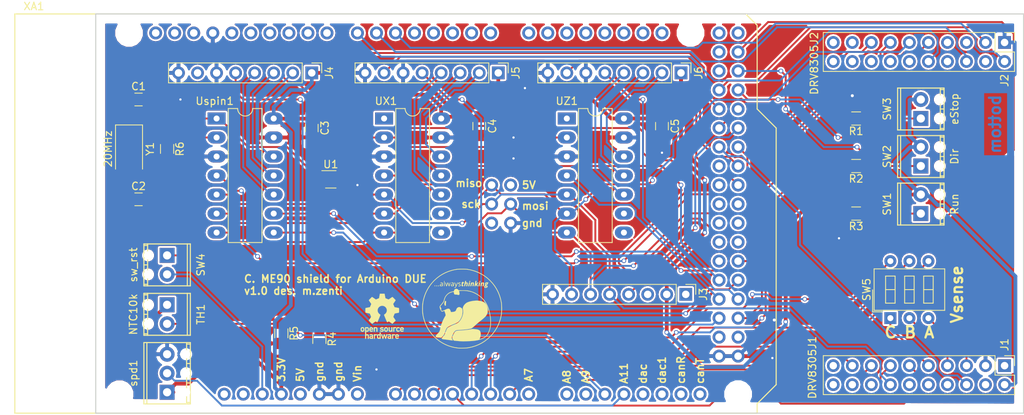
<source format=kicad_pcb>
(kicad_pcb (version 4) (host pcbnew 4.0.7)
  (layers (0 F.Cu signal) (31 B.Cu signal) (34 B.Paste user) (35 F.Paste user) (36 B.SilkS user) (37 F.SilkS user) (38 B.Mask user) (39 F.Mask user) (44 Edge.Cuts user))
  (net 0 "")
  (net 1 "Net-(C1-Pad1)")
  (net 2 GND)
  (net 3 "Net-(C2-Pad1)")
  (net 4 VCC)
  (net 5 "Net-(J1-Pad1)")
  (net 6 "Net-(J1-Pad4)")
  (net 7 "Net-(J1-Pad5)")
  (net 8 /nFAULT)
  (net 9 "Net-(J1-Pad7)")
  (net 10 "Net-(J1-Pad8)")
  (net 11 "Net-(J1-Pad9)")
  (net 12 "Net-(J1-Pad10)")
  (net 13 /Vsen_PVDD)
  (net 14 "Net-(J1-Pad12)")
  (net 15 /IsenA)
  (net 16 /SCLK)
  (net 17 /IsenB)
  (net 18 "Net-(J1-Pad16)")
  (net 19 /IsenC)
  (net 20 "Net-(J1-Pad18)")
  (net 21 "Net-(J1-Pad19)")
  (net 22 "Net-(J1-Pad20)")
  (net 23 /InH_A)
  (net 24 /SCS)
  (net 25 /InL_A)
  (net 26 "Net-(J2-Pad5)")
  (net 27 /InH_B)
  (net 28 "Net-(J2-Pad7)")
  (net 29 /InL_B)
  (net 30 /PWRGD)
  (net 31 /InH_C)
  (net 32 /SDI)
  (net 33 /InL_C)
  (net 34 /SDO)
  (net 35 "Net-(J2-Pad14)")
  (net 36 /ENGate)
  (net 37 "Net-(J2-Pad16)")
  (net 38 /Wake)
  (net 39 "Net-(J2-Pad18)")
  (net 40 "Net-(J2-Pad19)")
  (net 41 "Net-(J2-Pad20)")
  (net 42 /5v)
  (net 43 /PWM)
  (net 44 /CsnMot)
  (net 45 "Net-(J4-Pad2)")
  (net 46 "Net-(J4-Pad3)")
  (net 47 "Net-(J4-Pad4)")
  (net 48 /CsnSpn)
  (net 49 "Net-(J5-Pad2)")
  (net 50 "Net-(J5-Pad3)")
  (net 51 "Net-(J5-Pad4)")
  (net 52 /CsnX)
  (net 53 "Net-(J6-Pad2)")
  (net 54 "Net-(J6-Pad3)")
  (net 55 "Net-(J6-Pad4)")
  (net 56 /CsnZ)
  (net 57 "Net-(R1-Pad1)")
  (net 58 "Net-(R2-Pad1)")
  (net 59 "Net-(R3-Pad1)")
  (net 60 "Net-(R4-Pad1)")
  (net 61 /TH1)
  (net 62 "Net-(XA1-PadA11)")
  (net 63 "Net-(SW4-Pad2)")
  (net 64 /VsenC)
  (net 65 /VsenB)
  (net 66 /VsenA)
  (net 67 "Net-(U1-Pad1)")
  (net 68 "Net-(U1-Pad4)")
  (net 69 /SpnLFLAG)
  (net 70 /SpnDFLAG)
  (net 71 /SS_spin)
  (net 72 "Net-(UX1-Pad1)")
  (net 73 "Net-(UX1-Pad8)")
  (net 74 "Net-(UX1-Pad9)")
  (net 75 /SS_x)
  (net 76 "Net-(UZ1-Pad1)")
  (net 77 "Net-(UZ1-Pad8)")
  (net 78 "Net-(UZ1-Pad9)")
  (net 79 /SS_z)
  (net 80 "Net-(XA1-PadRST2)")
  (net 81 "Net-(XA1-Pad5V2)")
  (net 82 "Net-(XA1-PadVIN)")
  (net 83 "Net-(XA1-Pad5V1)")
  (net 84 "Net-(XA1-PadIORF)")
  (net 85 "Net-(XA1-PadD21)")
  (net 86 "Net-(XA1-PadD20)")
  (net 87 "Net-(XA1-PadD19)")
  (net 88 "Net-(XA1-PadD18)")
  (net 89 "Net-(XA1-PadD17)")
  (net 90 "Net-(XA1-PadD16)")
  (net 91 "Net-(XA1-PadD15)")
  (net 92 "Net-(XA1-PadD14)")
  (net 93 "Net-(XA1-PadD0)")
  (net 94 "Net-(XA1-PadD1)")
  (net 95 "Net-(XA1-PadD2)")
  (net 96 "Net-(XA1-PadD3)")
  (net 97 "Net-(XA1-PadD4)")
  (net 98 "Net-(XA1-PadD8)")
  (net 99 "Net-(XA1-PadD9)")
  (net 100 "Net-(XA1-PadD10)")
  (net 101 "Net-(XA1-PadSCL1)")
  (net 102 "Net-(XA1-PadSDA1)")
  (net 103 "Net-(XA1-PadAREF)")
  (net 104 "Net-(XA1-PadD13)")
  (net 105 "Net-(XA1-PadD12)")
  (net 106 "Net-(XA1-PadD11)")
  (net 107 "Net-(XA1-PadA7)")
  (net 108 "Net-(XA1-PadA8)")
  (net 109 "Net-(XA1-PadA9)")
  (net 110 "Net-(XA1-PadDAC0)")
  (net 111 "Net-(XA1-PadDAC1)")
  (net 112 "Net-(XA1-PadCANR)")
  (net 113 "Net-(XA1-PadCANT)")
  (net 114 "Net-(XA1-Pad5V3)")
  (net 115 "Net-(XA1-Pad5V4)")
  (net 116 "Net-(XA1-PadD22)")
  (net 117 "Net-(XA1-PadD24)")
  (net 118 "Net-(XA1-PadD29)")
  (net 119 "Net-(XA1-PadD34)")
  (net 120 "Net-(XA1-PadD36)")
  (net 121 "Net-(XA1-PadD38)")
  (net 122 "Net-(XA1-PadD39)")
  (net 123 "Net-(XA1-PadD40)")
  (net 124 "Net-(XA1-PadD41)")
  (net 125 "Net-(XA1-PadD42)")
  (net 126 "Net-(XA1-PadD43)")
  (net 127 "Net-(XA1-PadD44)")
  (net 128 "Net-(XA1-PadD52)")
  (net 129 "Net-(XA1-PadD53)")
  (net 130 "Net-(J4-Pad7)")
  (net 131 /PWMx)
  (net 132 /PWMz)
  (module customSymbols:stitching_VIA_0.6mm (layer F.Cu) (at 177.8 80.772)
    (fp_text reference REF** hide)
    (fp_text value stitching_VIA_0.6mm hide)
    (pad 1 thru_hole circle (at 0 0) (size 0.6 0.6) (drill 0.3) (layers *.Cu) (net 2 GND))
  )
  (module customSymbols:stitching_VIA_0.6mm (layer F.Cu) (at 159.512 72.136)
    (fp_text reference REF** hide)
    (fp_text value stitching_VIA_0.6mm hide)
    (pad 1 thru_hole circle (at 0 0) (size 0.6 0.6) (drill 0.3) (layers *.Cu) (net 2 GND))
  )
  (module customSymbols:stitching_VIA_0.6mm (layer F.Cu) (at 192.532 108.204)
    (fp_text reference REF** hide)
    (fp_text value stitching_VIA_0.6mm hide)
    (pad 1 thru_hole circle (at 0 0) (size 0.6 0.6) (drill 0.3) (layers *.Cu) (net 2 GND))
  )
  (module customSymbols:stitching_VIA_0.6mm (layer F.Cu) (at 201.422 92.202)
    (fp_text reference REF** hide)
    (fp_text value stitching_VIA_0.6mm hide)
    (pad 1 thru_hole circle (at 0 0) (size 0.6 0.6) (drill 0.3) (layers *.Cu) (net 2 GND))
  )
  (module customSymbols:stitching_VIA_0.6mm (layer F.Cu) (at 139.7 109.728)
    (fp_text reference REF** hide)
    (fp_text value stitching_VIA_0.6mm hide)
    (pad 1 thru_hole circle (at 0 0) (size 0.6 0.6) (drill 0.3) (layers *.Cu) (net 2 GND))
  )
  (module customSymbols:stitching_VIA_0.6mm (layer F.Cu) (at 113.538 73.66)
    (fp_text reference REF** hide)
    (fp_text value stitching_VIA_0.6mm hide)
    (pad 1 thru_hole circle (at 0 0) (size 0.6 0.6) (drill 0.3) (layers *.Cu) (net 2 GND))
  )
  (module customSymbols:stitching_VIA_0.6mm (layer F.Cu) (at 137.16 85.09)
    (fp_text reference REF** hide)
    (fp_text value stitching_VIA_0.6mm hide)
    (pad 1 thru_hole circle (at 0 0) (size 0.6 0.6) (drill 0.3) (layers *.Cu) (net 2 GND))
  )
  (module customSymbols:stitching_VIA_0.6mm (layer F.Cu) (at 157.988 78.74)
    (fp_text reference REF** hide)
    (fp_text value stitching_VIA_0.6mm hide)
    (pad 1 thru_hole circle (at 0 0) (size 0.6 0.6) (drill 0.3) (layers *.Cu) (net 2 GND))
  )
  (module Housings_DIP:DIP-14_W7.62mm_LongPads (layer F.Cu) (at 165.1 76.2)
    (fp_text reference UZ1 (at 0 -2.33) (layer F.SilkS))
    (fp_text value LS7366R)
    (pad 1 thru_hole rect (at 0 0) (size 2.4 1.6) (drill 0.8) (layers *.Cu *.Mask) (net 76 "Net-(UZ1-Pad1)"))
    (pad 8 thru_hole oval (at 7.62 15.24) (size 2.4 1.6) (drill 0.8) (layers *.Cu *.Mask) (net 77 "Net-(UZ1-Pad8)"))
    (pad 2 thru_hole oval (at 0 2.54) (size 2.4 1.6) (drill 0.8) (layers *.Cu *.Mask) (net 68 "Net-(U1-Pad4)"))
    (pad 9 thru_hole oval (at 7.62 12.7) (size 2.4 1.6) (drill 0.8) (layers *.Cu *.Mask) (net 78 "Net-(UZ1-Pad9)"))
    (pad 3 thru_hole oval (at 0 5.08) (size 2.4 1.6) (drill 0.8) (layers *.Cu *.Mask) (net 2 GND))
    (pad 10 thru_hole oval (at 7.62 10.16) (size 2.4 1.6) (drill 0.8) (layers *.Cu *.Mask) (net 55 "Net-(J6-Pad4)"))
    (pad 4 thru_hole oval (at 0 7.62) (size 2.4 1.6) (drill 0.8) (layers *.Cu *.Mask) (net 79 /SS_z))
    (pad 11 thru_hole oval (at 7.62 7.62) (size 2.4 1.6) (drill 0.8) (layers *.Cu *.Mask) (net 54 "Net-(J6-Pad3)"))
    (pad 5 thru_hole oval (at 0 10.16) (size 2.4 1.6) (drill 0.8) (layers *.Cu *.Mask) (net 16 /SCLK))
    (pad 12 thru_hole oval (at 7.62 5.08) (size 2.4 1.6) (drill 0.8) (layers *.Cu *.Mask) (net 53 "Net-(J6-Pad2)"))
    (pad 6 thru_hole oval (at 0 12.7) (size 2.4 1.6) (drill 0.8) (layers *.Cu *.Mask) (net 32 /SDI))
    (pad 13 thru_hole oval (at 7.62 2.54) (size 2.4 1.6) (drill 0.8) (layers *.Cu *.Mask) (net 2 GND))
    (pad 7 thru_hole oval (at 0 15.24) (size 2.4 1.6) (drill 0.8) (layers *.Cu *.Mask) (net 34 /SDO))
    (pad 14 thru_hole oval (at 7.62 0) (size 2.4 1.6) (drill 0.8) (layers *.Cu *.Mask) (net 4 VCC))
  )
  (module Capacitors_SMD:C_0805_HandSoldering (layer F.Cu) (at 107.95 73.66)
    (fp_text reference C1 (at 0 -1.75) (layer F.SilkS))
    (fp_text value Cm)
    (pad 1 smd rect (at -1.25 0) (size 1.5 1.25) (layers F.Cu F.Paste F.Mask) (net 1 "Net-(C1-Pad1)"))
    (pad 2 smd rect (at 1.25 0) (size 1.5 1.25) (layers F.Cu F.Paste F.Mask) (net 2 GND))
  )
  (module Capacitors_SMD:C_0805_HandSoldering (layer F.Cu) (at 107.95 86.995)
    (fp_text reference C2 (at 0 -1.75) (layer F.SilkS))
    (fp_text value Cm)
    (pad 1 smd rect (at -1.25 0) (size 1.5 1.25) (layers F.Cu F.Paste F.Mask) (net 3 "Net-(C2-Pad1)"))
    (pad 2 smd rect (at 1.25 0) (size 1.5 1.25) (layers F.Cu F.Paste F.Mask) (net 2 GND))
  )
  (module Capacitors_SMD:C_0805_HandSoldering (layer F.Cu) (at 131.064 77.47 270)
    (fp_text reference C3 (at 0 -1.75 270) (layer F.SilkS))
    (fp_text value 0.1uF)
    (pad 1 smd rect (at -1.25 0 270) (size 1.5 1.25) (layers F.Cu F.Paste F.Mask) (net 4 VCC))
    (pad 2 smd rect (at 1.25 0 270) (size 1.5 1.25) (layers F.Cu F.Paste F.Mask) (net 2 GND))
  )
  (module Capacitors_SMD:C_0805_HandSoldering (layer F.Cu) (at 153.416 77.216 270)
    (fp_text reference C4 (at 0 -1.75 270) (layer F.SilkS))
    (fp_text value 0.1uF)
    (pad 1 smd rect (at -1.25 0 270) (size 1.5 1.25) (layers F.Cu F.Paste F.Mask) (net 4 VCC))
    (pad 2 smd rect (at 1.25 0 270) (size 1.5 1.25) (layers F.Cu F.Paste F.Mask) (net 2 GND))
  )
  (module Capacitors_SMD:C_0805_HandSoldering (layer F.Cu) (at 177.8 77.216 270)
    (fp_text reference C5 (at 0 -1.75 270) (layer F.SilkS))
    (fp_text value 0.1uF)
    (pad 1 smd rect (at -1.25 0 270) (size 1.5 1.25) (layers F.Cu F.Paste F.Mask) (net 4 VCC))
    (pad 2 smd rect (at 1.25 0 270) (size 1.5 1.25) (layers F.Cu F.Paste F.Mask) (net 2 GND))
  )
  (module Pin_Headers:Pin_Header_Straight_2x10_Pitch2.54mm (layer F.Cu) (at 223.52 109.22 270)
    (fp_text reference J1 (at -2.794 0 270) (layer F.SilkS))
    (fp_text value DRV8305J1 (at 0.254 25.654 270) (layer F.SilkS))
    (pad 1 thru_hole rect (at 0 0 270) (size 1.7 1.7) (drill 1) (layers *.Cu *.Mask) (net 5 "Net-(J1-Pad1)"))
    (pad 2 thru_hole oval (at 2.54 0 270) (size 1.7 1.7) (drill 1) (layers *.Cu *.Mask) (net 4 VCC))
    (pad 3 thru_hole oval (at 0 2.54 270) (size 1.7 1.7) (drill 1) (layers *.Cu *.Mask) (net 2 GND))
    (pad 4 thru_hole oval (at 2.54 2.54 270) (size 1.7 1.7) (drill 1) (layers *.Cu *.Mask) (net 6 "Net-(J1-Pad4)"))
    (pad 5 thru_hole oval (at 0 5.08 270) (size 1.7 1.7) (drill 1) (layers *.Cu *.Mask) (net 7 "Net-(J1-Pad5)"))
    (pad 6 thru_hole oval (at 2.54 5.08 270) (size 1.7 1.7) (drill 1) (layers *.Cu *.Mask) (net 8 /nFAULT))
    (pad 7 thru_hole oval (at 0 7.62 270) (size 1.7 1.7) (drill 1) (layers *.Cu *.Mask) (net 9 "Net-(J1-Pad7)"))
    (pad 8 thru_hole oval (at 2.54 7.62 270) (size 1.7 1.7) (drill 1) (layers *.Cu *.Mask) (net 10 "Net-(J1-Pad8)"))
    (pad 9 thru_hole oval (at 0 10.16 270) (size 1.7 1.7) (drill 1) (layers *.Cu *.Mask) (net 11 "Net-(J1-Pad9)"))
    (pad 10 thru_hole oval (at 2.54 10.16 270) (size 1.7 1.7) (drill 1) (layers *.Cu *.Mask) (net 12 "Net-(J1-Pad10)"))
    (pad 11 thru_hole oval (at 0 12.7 270) (size 1.7 1.7) (drill 1) (layers *.Cu *.Mask) (net 13 /Vsen_PVDD))
    (pad 12 thru_hole oval (at 2.54 12.7 270) (size 1.7 1.7) (drill 1) (layers *.Cu *.Mask) (net 14 "Net-(J1-Pad12)"))
    (pad 13 thru_hole oval (at 0 15.24 270) (size 1.7 1.7) (drill 1) (layers *.Cu *.Mask) (net 15 /IsenA))
    (pad 14 thru_hole oval (at 2.54 15.24 270) (size 1.7 1.7) (drill 1) (layers *.Cu *.Mask) (net 16 /SCLK))
    (pad 15 thru_hole oval (at 0 17.78 270) (size 1.7 1.7) (drill 1) (layers *.Cu *.Mask) (net 17 /IsenB))
    (pad 16 thru_hole oval (at 2.54 17.78 270) (size 1.7 1.7) (drill 1) (layers *.Cu *.Mask) (net 18 "Net-(J1-Pad16)"))
    (pad 17 thru_hole oval (at 0 20.32 270) (size 1.7 1.7) (drill 1) (layers *.Cu *.Mask) (net 19 /IsenC))
    (pad 18 thru_hole oval (at 2.54 20.32 270) (size 1.7 1.7) (drill 1) (layers *.Cu *.Mask) (net 20 "Net-(J1-Pad18)"))
    (pad 19 thru_hole oval (at 0 22.86 270) (size 1.7 1.7) (drill 1) (layers *.Cu *.Mask) (net 21 "Net-(J1-Pad19)"))
    (pad 20 thru_hole oval (at 2.54 22.86 270) (size 1.7 1.7) (drill 1) (layers *.Cu *.Mask) (net 22 "Net-(J1-Pad20)"))
  )
  (module Pin_Headers:Pin_Header_Straight_2x10_Pitch2.54mm (layer F.Cu) (at 223.52 66.04 270)
    (fp_text reference J2 (at 5.08 0 270) (layer F.SilkS))
    (fp_text value DRV8305J2 (at 2.794 25.4 270) (layer F.SilkS))
    (pad 1 thru_hole rect (at 0 0 270) (size 1.7 1.7) (drill 1) (layers *.Cu *.Mask) (net 2 GND))
    (pad 2 thru_hole oval (at 2.54 0 270) (size 1.7 1.7) (drill 1) (layers *.Cu *.Mask) (net 23 /InH_A))
    (pad 3 thru_hole oval (at 0 2.54 270) (size 1.7 1.7) (drill 1) (layers *.Cu *.Mask) (net 24 /SCS))
    (pad 4 thru_hole oval (at 2.54 2.54 270) (size 1.7 1.7) (drill 1) (layers *.Cu *.Mask) (net 25 /InL_A))
    (pad 5 thru_hole oval (at 0 5.08 270) (size 1.7 1.7) (drill 1) (layers *.Cu *.Mask) (net 26 "Net-(J2-Pad5)"))
    (pad 6 thru_hole oval (at 2.54 5.08 270) (size 1.7 1.7) (drill 1) (layers *.Cu *.Mask) (net 27 /InH_B))
    (pad 7 thru_hole oval (at 0 7.62 270) (size 1.7 1.7) (drill 1) (layers *.Cu *.Mask) (net 28 "Net-(J2-Pad7)"))
    (pad 8 thru_hole oval (at 2.54 7.62 270) (size 1.7 1.7) (drill 1) (layers *.Cu *.Mask) (net 29 /InL_B))
    (pad 9 thru_hole oval (at 0 10.16 270) (size 1.7 1.7) (drill 1) (layers *.Cu *.Mask) (net 30 /PWRGD))
    (pad 10 thru_hole oval (at 2.54 10.16 270) (size 1.7 1.7) (drill 1) (layers *.Cu *.Mask) (net 31 /InH_C))
    (pad 11 thru_hole oval (at 0 12.7 270) (size 1.7 1.7) (drill 1) (layers *.Cu *.Mask) (net 32 /SDI))
    (pad 12 thru_hole oval (at 2.54 12.7 270) (size 1.7 1.7) (drill 1) (layers *.Cu *.Mask) (net 33 /InL_C))
    (pad 13 thru_hole oval (at 0 15.24 270) (size 1.7 1.7) (drill 1) (layers *.Cu *.Mask) (net 34 /SDO))
    (pad 14 thru_hole oval (at 2.54 15.24 270) (size 1.7 1.7) (drill 1) (layers *.Cu *.Mask) (net 35 "Net-(J2-Pad14)"))
    (pad 15 thru_hole oval (at 0 17.78 270) (size 1.7 1.7) (drill 1) (layers *.Cu *.Mask) (net 36 /ENGate))
    (pad 16 thru_hole oval (at 2.54 17.78 270) (size 1.7 1.7) (drill 1) (layers *.Cu *.Mask) (net 37 "Net-(J2-Pad16)"))
    (pad 17 thru_hole oval (at 0 20.32 270) (size 1.7 1.7) (drill 1) (layers *.Cu *.Mask) (net 38 /Wake))
    (pad 18 thru_hole oval (at 2.54 20.32 270) (size 1.7 1.7) (drill 1) (layers *.Cu *.Mask) (net 39 "Net-(J2-Pad18)"))
    (pad 19 thru_hole oval (at 0 22.86 270) (size 1.7 1.7) (drill 1) (layers *.Cu *.Mask) (net 40 "Net-(J2-Pad19)"))
    (pad 20 thru_hole oval (at 2.54 22.86 270) (size 1.7 1.7) (drill 1) (layers *.Cu *.Mask) (net 41 "Net-(J2-Pad20)"))
  )
  (module Pin_Headers:Pin_Header_Straight_1x08_Pitch2.54mm (layer F.Cu) (at 180.975 99.695 270)
    (fp_text reference J3 (at 0 -2.33 270) (layer F.SilkS))
    (fp_text value AS5048A)
    (pad 1 thru_hole rect (at 0 0 270) (size 1.7 1.7) (drill 1) (layers *.Cu *.Mask) (net 42 /5v))
    (pad 2 thru_hole oval (at 0 2.54 270) (size 1.7 1.7) (drill 1) (layers *.Cu *.Mask) (net 4 VCC))
    (pad 3 thru_hole oval (at 0 5.08 270) (size 1.7 1.7) (drill 1) (layers *.Cu *.Mask) (net 43 /PWM))
    (pad 4 thru_hole oval (at 0 7.62 270) (size 1.7 1.7) (drill 1) (layers *.Cu *.Mask) (net 44 /CsnMot))
    (pad 5 thru_hole oval (at 0 10.16 270) (size 1.7 1.7) (drill 1) (layers *.Cu *.Mask) (net 16 /SCLK))
    (pad 6 thru_hole oval (at 0 12.7 270) (size 1.7 1.7) (drill 1) (layers *.Cu *.Mask) (net 34 /SDO))
    (pad 7 thru_hole oval (at 0 15.24 270) (size 1.7 1.7) (drill 1) (layers *.Cu *.Mask) (net 32 /SDI))
    (pad 8 thru_hole oval (at 0 17.78 270) (size 1.7 1.7) (drill 1) (layers *.Cu *.Mask) (net 2 GND))
  )
  (module Pin_Headers:Pin_Header_Straight_1x08_Pitch2.54mm (layer F.Cu) (at 131.064 70.104 270)
    (fp_text reference J4 (at 0 -2.33 270) (layer F.SilkS))
    (fp_text value "spindl enc.")
    (pad 1 thru_hole rect (at 0 0 270) (size 1.7 1.7) (drill 1) (layers *.Cu *.Mask) (net 4 VCC))
    (pad 2 thru_hole oval (at 0 2.54 270) (size 1.7 1.7) (drill 1) (layers *.Cu *.Mask) (net 45 "Net-(J4-Pad2)"))
    (pad 3 thru_hole oval (at 0 5.08 270) (size 1.7 1.7) (drill 1) (layers *.Cu *.Mask) (net 46 "Net-(J4-Pad3)"))
    (pad 4 thru_hole oval (at 0 7.62 270) (size 1.7 1.7) (drill 1) (layers *.Cu *.Mask) (net 47 "Net-(J4-Pad4)"))
    (pad 5 thru_hole oval (at 0 10.16 270) (size 1.7 1.7) (drill 1) (layers *.Cu *.Mask) (net 48 /CsnSpn))
    (pad 6 thru_hole oval (at 0 12.7 270) (size 1.7 1.7) (drill 1) (layers *.Cu *.Mask) (net 2 GND))
    (pad 7 thru_hole oval (at 0 15.24 270) (size 1.7 1.7) (drill 1) (layers *.Cu *.Mask) (net 130 "Net-(J4-Pad7)"))
    (pad 8 thru_hole oval (at 0 17.78 270) (size 1.7 1.7) (drill 1) (layers *.Cu *.Mask) (net 2 GND))
  )
  (module Pin_Headers:Pin_Header_Straight_1x08_Pitch2.54mm (layer F.Cu) (at 155.956 70.104 270)
    (fp_text reference J5 (at 0 -2.33 270) (layer F.SilkS))
    (fp_text value AS5311AB)
    (pad 1 thru_hole rect (at 0 0 270) (size 1.7 1.7) (drill 1) (layers *.Cu *.Mask) (net 4 VCC))
    (pad 2 thru_hole oval (at 0 2.54 270) (size 1.7 1.7) (drill 1) (layers *.Cu *.Mask) (net 49 "Net-(J5-Pad2)"))
    (pad 3 thru_hole oval (at 0 5.08 270) (size 1.7 1.7) (drill 1) (layers *.Cu *.Mask) (net 50 "Net-(J5-Pad3)"))
    (pad 4 thru_hole oval (at 0 7.62 270) (size 1.7 1.7) (drill 1) (layers *.Cu *.Mask) (net 51 "Net-(J5-Pad4)"))
    (pad 5 thru_hole oval (at 0 10.16 270) (size 1.7 1.7) (drill 1) (layers *.Cu *.Mask) (net 52 /CsnX))
    (pad 6 thru_hole oval (at 0 12.7 270) (size 1.7 1.7) (drill 1) (layers *.Cu *.Mask) (net 2 GND))
    (pad 7 thru_hole oval (at 0 15.24 270) (size 1.7 1.7) (drill 1) (layers *.Cu *.Mask) (net 131 /PWMx))
    (pad 8 thru_hole oval (at 0 17.78 270) (size 1.7 1.7) (drill 1) (layers *.Cu *.Mask) (net 2 GND))
  )
  (module Pin_Headers:Pin_Header_Straight_1x08_Pitch2.54mm (layer F.Cu) (at 180.34 70.104 270)
    (fp_text reference J6 (at 0 -2.33 270) (layer F.SilkS))
    (fp_text value AS5311AB)
    (pad 1 thru_hole rect (at 0 0 270) (size 1.7 1.7) (drill 1) (layers *.Cu *.Mask) (net 4 VCC))
    (pad 2 thru_hole oval (at 0 2.54 270) (size 1.7 1.7) (drill 1) (layers *.Cu *.Mask) (net 53 "Net-(J6-Pad2)"))
    (pad 3 thru_hole oval (at 0 5.08 270) (size 1.7 1.7) (drill 1) (layers *.Cu *.Mask) (net 54 "Net-(J6-Pad3)"))
    (pad 4 thru_hole oval (at 0 7.62 270) (size 1.7 1.7) (drill 1) (layers *.Cu *.Mask) (net 55 "Net-(J6-Pad4)"))
    (pad 5 thru_hole oval (at 0 10.16 270) (size 1.7 1.7) (drill 1) (layers *.Cu *.Mask) (net 56 /CsnZ))
    (pad 6 thru_hole oval (at 0 12.7 270) (size 1.7 1.7) (drill 1) (layers *.Cu *.Mask) (net 2 GND))
    (pad 7 thru_hole oval (at 0 15.24 270) (size 1.7 1.7) (drill 1) (layers *.Cu *.Mask) (net 132 /PWMz))
    (pad 8 thru_hole oval (at 0 17.78 270) (size 1.7 1.7) (drill 1) (layers *.Cu *.Mask) (net 2 GND))
  )
  (module Resistors_SMD:R_0805_HandSoldering (layer F.Cu) (at 203.708 76.2 180)
    (fp_text reference R1 (at 0 -1.7 180) (layer F.SilkS))
    (fp_text value 10k)
    (pad 1 smd rect (at -1.35 0 180) (size 1.5 1.3) (layers F.Cu F.Paste F.Mask) (net 57 "Net-(R1-Pad1)"))
    (pad 2 smd rect (at 1.35 0 180) (size 1.5 1.3) (layers F.Cu F.Paste F.Mask) (net 2 GND))
  )
  (module Resistors_SMD:R_0805_HandSoldering (layer F.Cu) (at 203.708 82.55 180)
    (fp_text reference R2 (at 0 -1.7 180) (layer F.SilkS))
    (fp_text value 10k)
    (pad 1 smd rect (at -1.35 0 180) (size 1.5 1.3) (layers F.Cu F.Paste F.Mask) (net 58 "Net-(R2-Pad1)"))
    (pad 2 smd rect (at 1.35 0 180) (size 1.5 1.3) (layers F.Cu F.Paste F.Mask) (net 2 GND))
  )
  (module Resistors_SMD:R_0805_HandSoldering (layer F.Cu) (at 203.708 88.9 180)
    (fp_text reference R3 (at 0 -1.7 180) (layer F.SilkS))
    (fp_text value 10k)
    (pad 1 smd rect (at -1.35 0 180) (size 1.5 1.3) (layers F.Cu F.Paste F.Mask) (net 59 "Net-(R3-Pad1)"))
    (pad 2 smd rect (at 1.35 0 180) (size 1.5 1.3) (layers F.Cu F.Paste F.Mask) (net 2 GND))
  )
  (module Resistors_SMD:R_0805_HandSoldering (layer F.Cu) (at 132.08 105.664 270)
    (fp_text reference R4 (at 0 -1.7 270) (layer F.SilkS))
    (fp_text value 10k)
    (pad 1 smd rect (at -1.35 0 270) (size 1.5 1.3) (layers F.Cu F.Paste F.Mask) (net 60 "Net-(R4-Pad1)"))
    (pad 2 smd rect (at 1.35 0 270) (size 1.5 1.3) (layers F.Cu F.Paste F.Mask) (net 2 GND))
  )
  (module Resistors_SMD:R_0805_HandSoldering (layer F.Cu) (at 127 104.902 270)
    (fp_text reference R5 (at 0 -1.7 270) (layer F.SilkS))
    (fp_text value 5k)
    (pad 1 smd rect (at -1.35 0 270) (size 1.5 1.3) (layers F.Cu F.Paste F.Mask) (net 61 /TH1))
    (pad 2 smd rect (at 1.35 0 270) (size 1.5 1.3) (layers F.Cu F.Paste F.Mask) (net 2 GND))
  )
  (module Resistors_SMD:R_0805_HandSoldering (layer F.Cu) (at 111.76 80.264 270)
    (fp_text reference R6 (at 0 -1.7 270) (layer F.SilkS))
    (fp_text value 1M)
    (pad 1 smd rect (at -1.35 0 270) (size 1.5 1.3) (layers F.Cu F.Paste F.Mask) (net 1 "Net-(C1-Pad1)"))
    (pad 2 smd rect (at 1.35 0 270) (size 1.5 1.3) (layers F.Cu F.Paste F.Mask) (net 3 "Net-(C2-Pad1)"))
  )
  (module TerminalBlocks_Phoenix:TerminalBlock_Phoenix_MPT-2.54mm_3pol (layer F.Cu) (at 111.76 112.776 90)
    (fp_text reference spd1 (at 2.54 -4.50088 90) (layer F.SilkS))
    (fp_text value 0.3k)
    (pad 3 thru_hole oval (at 5.08 0 90) (size 1.99898 1.99898) (drill 1.09728) (layers *.Cu *.Mask) (net 2 GND))
    (pad 1 thru_hole rect (at 0 0 90) (size 1.99898 1.99898) (drill 1.09728) (layers *.Cu *.Mask) (net 4 VCC))
    (pad 2 thru_hole oval (at 2.54 0 90) (size 1.99898 1.99898) (drill 1.09728) (layers *.Cu *.Mask) (net 62 "Net-(XA1-PadA11)"))
    (pad "" np_thru_hole circle (at 0 2.54 90) (size 1.1 1.1) (drill 1.1) (layers *.Cu *.Mask))
    (pad "" np_thru_hole circle (at 2.54 2.54 90) (size 1.1 1.1) (drill 1.1) (layers *.Cu *.Mask))
    (pad "" np_thru_hole circle (at 5.08 2.54 90) (size 1.1 1.1) (drill 1.1) (layers *.Cu *.Mask))
  )
  (module TerminalBlocks_Phoenix:TerminalBlock_Phoenix_MPT-2.54mm_2pol (layer F.Cu) (at 212.344 88.9 90)
    (fp_text reference SW1 (at 1.27 -4.50088 90) (layer F.SilkS))
    (fp_text value Run (at 1.27 4.50088 90) (layer F.SilkS))
    (pad 2 thru_hole oval (at 2.54 0 90) (size 1.99898 1.99898) (drill 1.09728) (layers *.Cu *.Mask) (net 4 VCC))
    (pad 1 thru_hole rect (at 0 0 90) (size 1.99898 1.99898) (drill 1.09728) (layers *.Cu *.Mask) (net 59 "Net-(R3-Pad1)"))
    (pad "" np_thru_hole circle (at 0 2.54 90) (size 1.1 1.1) (drill 1.1) (layers *.Cu *.Mask))
    (pad "" np_thru_hole circle (at 2.54 2.54 90) (size 1.1 1.1) (drill 1.1) (layers *.Cu *.Mask))
  )
  (module TerminalBlocks_Phoenix:TerminalBlock_Phoenix_MPT-2.54mm_2pol (layer F.Cu) (at 212.344 82.55 90)
    (fp_text reference SW2 (at 1.27 -4.50088 90) (layer F.SilkS))
    (fp_text value Dir (at 1.27 4.50088 90) (layer F.SilkS))
    (pad 2 thru_hole oval (at 2.54 0 90) (size 1.99898 1.99898) (drill 1.09728) (layers *.Cu *.Mask) (net 4 VCC))
    (pad 1 thru_hole rect (at 0 0 90) (size 1.99898 1.99898) (drill 1.09728) (layers *.Cu *.Mask) (net 58 "Net-(R2-Pad1)"))
    (pad "" np_thru_hole circle (at 0 2.54 90) (size 1.1 1.1) (drill 1.1) (layers *.Cu *.Mask))
    (pad "" np_thru_hole circle (at 2.54 2.54 90) (size 1.1 1.1) (drill 1.1) (layers *.Cu *.Mask))
  )
  (module TerminalBlocks_Phoenix:TerminalBlock_Phoenix_MPT-2.54mm_2pol (layer F.Cu) (at 212.344 76.2 90)
    (fp_text reference SW3 (at 1.27 -4.50088 90) (layer F.SilkS))
    (fp_text value eStop (at 1.27 4.50088 90) (layer F.SilkS))
    (pad 2 thru_hole oval (at 2.54 0 90) (size 1.99898 1.99898) (drill 1.09728) (layers *.Cu *.Mask) (net 4 VCC))
    (pad 1 thru_hole rect (at 0 0 90) (size 1.99898 1.99898) (drill 1.09728) (layers *.Cu *.Mask) (net 57 "Net-(R1-Pad1)"))
    (pad "" np_thru_hole circle (at 0 2.54 90) (size 1.1 1.1) (drill 1.1) (layers *.Cu *.Mask))
    (pad "" np_thru_hole circle (at 2.54 2.54 90) (size 1.1 1.1) (drill 1.1) (layers *.Cu *.Mask))
  )
  (module TerminalBlocks_Phoenix:TerminalBlock_Phoenix_MPT-2.54mm_2pol (layer F.Cu) (at 111.76 94.488 270)
    (fp_text reference SW4 (at 1.27 -4.50088 270) (layer F.SilkS))
    (fp_text value sw_rst (at 1.27 4.50088 270) (layer F.SilkS))
    (pad 2 thru_hole oval (at 2.54 0 270) (size 1.99898 1.99898) (drill 1.09728) (layers *.Cu *.Mask) (net 63 "Net-(SW4-Pad2)"))
    (pad 1 thru_hole rect (at 0 0 270) (size 1.99898 1.99898) (drill 1.09728) (layers *.Cu *.Mask) (net 60 "Net-(R4-Pad1)"))
    (pad "" np_thru_hole circle (at 0 2.54 270) (size 1.1 1.1) (drill 1.1) (layers *.Cu *.Mask))
    (pad "" np_thru_hole circle (at 2.54 2.54 270) (size 1.1 1.1) (drill 1.1) (layers *.Cu *.Mask))
  )
  (module Buttons_Switches_THT:SW_DIP_x3_W7.62mm_Slide_LowProfile (layer F.Cu) (at 208.28 102.87 90)
    (fp_text reference SW5 (at 3.81 -3.17 90) (layer F.SilkS))
    (fp_text value SW_DIP_x03)
    (pad 1 thru_hole rect (at 0 0 90) (size 1.6 1.6) (drill 0.8) (layers *.Cu *.Mask) (net 11 "Net-(J1-Pad9)"))
    (pad 4 thru_hole oval (at 7.62 5.08 90) (size 1.6 1.6) (drill 0.8) (layers *.Cu *.Mask) (net 66 /VsenA))
    (pad 2 thru_hole oval (at 0 2.54 90) (size 1.6 1.6) (drill 0.8) (layers *.Cu *.Mask) (net 9 "Net-(J1-Pad7)"))
    (pad 5 thru_hole oval (at 7.62 2.54 90) (size 1.6 1.6) (drill 0.8) (layers *.Cu *.Mask) (net 65 /VsenB))
    (pad 3 thru_hole oval (at 0 5.08 90) (size 1.6 1.6) (drill 0.8) (layers *.Cu *.Mask) (net 7 "Net-(J1-Pad5)"))
    (pad 6 thru_hole oval (at 7.62 0 90) (size 1.6 1.6) (drill 0.8) (layers *.Cu *.Mask) (net 64 /VsenC))
  )
  (module TerminalBlocks_Phoenix:TerminalBlock_Phoenix_MPT-2.54mm_2pol (layer F.Cu) (at 111.76 101.092 270)
    (fp_text reference TH1 (at 1.27 -4.50088 270) (layer F.SilkS))
    (fp_text value NTC10k (at 1.27 4.50088 270) (layer F.SilkS))
    (pad 2 thru_hole oval (at 2.54 0 270) (size 1.99898 1.99898) (drill 1.09728) (layers *.Cu *.Mask) (net 61 /TH1))
    (pad 1 thru_hole rect (at 0 0 270) (size 1.99898 1.99898) (drill 1.09728) (layers *.Cu *.Mask) (net 4 VCC))
    (pad "" np_thru_hole circle (at 0 2.54 270) (size 1.1 1.1) (drill 1.1) (layers *.Cu *.Mask))
    (pad "" np_thru_hole circle (at 2.54 2.54 270) (size 1.1 1.1) (drill 1.1) (layers *.Cu *.Mask))
  )
  (module TO_SOT_Packages_SMD:SOT-353_SC-70-5 (layer F.Cu) (at 133.604 84.328)
    (fp_text reference U1 (at 0 -2) (layer F.SilkS))
    (fp_text value NL17SZ14)
    (pad 1 smd rect (at -0.95 -0.65) (size 0.65 0.4) (layers F.Cu F.Paste F.Mask) (net 67 "Net-(U1-Pad1)"))
    (pad 3 smd rect (at -0.95 0.65) (size 0.65 0.4) (layers F.Cu F.Paste F.Mask) (net 2 GND))
    (pad 2 smd rect (at -0.95 0) (size 0.65 0.4) (layers F.Cu F.Paste F.Mask) (net 1 "Net-(C1-Pad1)"))
    (pad 4 smd rect (at 0.95 0.65) (size 0.65 0.4) (layers F.Cu F.Paste F.Mask) (net 68 "Net-(U1-Pad4)"))
    (pad 5 smd rect (at 0.95 -0.65) (size 0.65 0.4) (layers F.Cu F.Paste F.Mask) (net 4 VCC))
  )
  (module Housings_DIP:DIP-14_W7.62mm_LongPads (layer F.Cu) (at 118.364 76.2)
    (fp_text reference Uspin1 (at -0.254 -2.33) (layer F.SilkS))
    (fp_text value LS7366R)
    (pad 1 thru_hole rect (at 0 0) (size 2.4 1.6) (drill 0.8) (layers *.Cu *.Mask) (net 1 "Net-(C1-Pad1)"))
    (pad 8 thru_hole oval (at 7.62 15.24) (size 2.4 1.6) (drill 0.8) (layers *.Cu *.Mask) (net 69 /SpnLFLAG))
    (pad 2 thru_hole oval (at 0 2.54) (size 2.4 1.6) (drill 0.8) (layers *.Cu *.Mask) (net 3 "Net-(C2-Pad1)"))
    (pad 9 thru_hole oval (at 7.62 12.7) (size 2.4 1.6) (drill 0.8) (layers *.Cu *.Mask) (net 70 /SpnDFLAG))
    (pad 3 thru_hole oval (at 0 5.08) (size 2.4 1.6) (drill 0.8) (layers *.Cu *.Mask) (net 2 GND))
    (pad 10 thru_hole oval (at 7.62 10.16) (size 2.4 1.6) (drill 0.8) (layers *.Cu *.Mask) (net 47 "Net-(J4-Pad4)"))
    (pad 4 thru_hole oval (at 0 7.62) (size 2.4 1.6) (drill 0.8) (layers *.Cu *.Mask) (net 71 /SS_spin))
    (pad 11 thru_hole oval (at 7.62 7.62) (size 2.4 1.6) (drill 0.8) (layers *.Cu *.Mask) (net 46 "Net-(J4-Pad3)"))
    (pad 5 thru_hole oval (at 0 10.16) (size 2.4 1.6) (drill 0.8) (layers *.Cu *.Mask) (net 16 /SCLK))
    (pad 12 thru_hole oval (at 7.62 5.08) (size 2.4 1.6) (drill 0.8) (layers *.Cu *.Mask) (net 45 "Net-(J4-Pad2)"))
    (pad 6 thru_hole oval (at 0 12.7) (size 2.4 1.6) (drill 0.8) (layers *.Cu *.Mask) (net 32 /SDI))
    (pad 13 thru_hole oval (at 7.62 2.54) (size 2.4 1.6) (drill 0.8) (layers *.Cu *.Mask) (net 2 GND))
    (pad 7 thru_hole oval (at 0 15.24) (size 2.4 1.6) (drill 0.8) (layers *.Cu *.Mask) (net 34 /SDO))
    (pad 14 thru_hole oval (at 7.62 0) (size 2.4 1.6) (drill 0.8) (layers *.Cu *.Mask) (net 4 VCC))
  )
  (module Housings_DIP:DIP-14_W7.62mm_LongPads (layer F.Cu) (at 140.716 76.2)
    (fp_text reference UX1 (at 0.254 -2.33) (layer F.SilkS))
    (fp_text value LS7366R)
    (pad 1 thru_hole rect (at 0 0) (size 2.4 1.6) (drill 0.8) (layers *.Cu *.Mask) (net 72 "Net-(UX1-Pad1)"))
    (pad 8 thru_hole oval (at 7.62 15.24) (size 2.4 1.6) (drill 0.8) (layers *.Cu *.Mask) (net 73 "Net-(UX1-Pad8)"))
    (pad 2 thru_hole oval (at 0 2.54) (size 2.4 1.6) (drill 0.8) (layers *.Cu *.Mask) (net 68 "Net-(U1-Pad4)"))
    (pad 9 thru_hole oval (at 7.62 12.7) (size 2.4 1.6) (drill 0.8) (layers *.Cu *.Mask) (net 74 "Net-(UX1-Pad9)"))
    (pad 3 thru_hole oval (at 0 5.08) (size 2.4 1.6) (drill 0.8) (layers *.Cu *.Mask) (net 2 GND))
    (pad 10 thru_hole oval (at 7.62 10.16) (size 2.4 1.6) (drill 0.8) (layers *.Cu *.Mask) (net 51 "Net-(J5-Pad4)"))
    (pad 4 thru_hole oval (at 0 7.62) (size 2.4 1.6) (drill 0.8) (layers *.Cu *.Mask) (net 75 /SS_x))
    (pad 11 thru_hole oval (at 7.62 7.62) (size 2.4 1.6) (drill 0.8) (layers *.Cu *.Mask) (net 50 "Net-(J5-Pad3)"))
    (pad 5 thru_hole oval (at 0 10.16) (size 2.4 1.6) (drill 0.8) (layers *.Cu *.Mask) (net 16 /SCLK))
    (pad 12 thru_hole oval (at 7.62 5.08) (size 2.4 1.6) (drill 0.8) (layers *.Cu *.Mask) (net 49 "Net-(J5-Pad2)"))
    (pad 6 thru_hole oval (at 0 12.7) (size 2.4 1.6) (drill 0.8) (layers *.Cu *.Mask) (net 32 /SDI))
    (pad 13 thru_hole oval (at 7.62 2.54) (size 2.4 1.6) (drill 0.8) (layers *.Cu *.Mask) (net 2 GND))
    (pad 7 thru_hole oval (at 0 15.24) (size 2.4 1.6) (drill 0.8) (layers *.Cu *.Mask) (net 34 /SDO))
    (pad 14 thru_hole oval (at 7.62 0) (size 2.4 1.6) (drill 0.8) (layers *.Cu *.Mask) (net 4 VCC))
  )
  (module Crystals:Crystal_SMD_Abracon_ABM3-2pin_5.0x3.2mm (layer F.Cu) (at 106.68 80.264 270)
    (fp_text reference Y1 (at 0 -2.8 270) (layer F.SilkS))
    (fp_text value 20MHz (at 0 2.8 270) (layer F.SilkS))
    (pad 1 smd rect (at -2.05 0 270) (size 1.9 2.4) (layers F.Cu F.Paste F.Mask) (net 1 "Net-(C1-Pad1)"))
    (pad 2 smd rect (at 2.05 0 270) (size 1.9 2.4) (layers F.Cu F.Paste F.Mask) (net 3 "Net-(C2-Pad1)"))
  )
  (module Arduino:Arduino_Due_Shield_noHoles (layer F.Cu) (at 91.44 115.57)
    (fp_text reference XA1 (at 2.54 -54.356) (layer F.SilkS))
    (fp_text value Arduino_Due_Shield)
    (fp_text user . (at 62.484 -32.004) (layer F.SilkS))
    (pad RST2 thru_hole oval (at 63.627 -25.4) (size 1.7272 1.7272) (drill 1.016) (layers *.Cu *.Mask) (net 80 "Net-(XA1-PadRST2)"))
    (pad GND4 thru_hole oval (at 66.167 -25.4) (size 1.7272 1.7272) (drill 1.016) (layers *.Cu *.Mask) (net 2 GND))
    (pad MOSI thru_hole oval (at 66.167 -27.94) (size 1.7272 1.7272) (drill 1.016) (layers *.Cu *.Mask) (net 34 /SDO))
    (pad SCK thru_hole oval (at 63.627 -27.94) (size 1.7272 1.7272) (drill 1.016) (layers *.Cu *.Mask) (net 16 /SCLK))
    (pad 5V2 thru_hole oval (at 66.167 -30.48) (size 1.7272 1.7272) (drill 1.016) (layers *.Cu *.Mask) (net 81 "Net-(XA1-Pad5V2)"))
    (pad A0 thru_hole oval (at 50.8 -2.54) (size 1.7272 1.7272) (drill 1.016) (layers *.Cu *.Mask) (net 19 /IsenC))
    (pad VIN thru_hole oval (at 45.72 -2.54) (size 1.7272 1.7272) (drill 1.016) (layers *.Cu *.Mask) (net 82 "Net-(XA1-PadVIN)"))
    (pad GND3 thru_hole oval (at 43.18 -2.54) (size 1.7272 1.7272) (drill 1.016) (layers *.Cu *.Mask) (net 2 GND))
    (pad GND2 thru_hole oval (at 40.64 -2.54) (size 1.7272 1.7272) (drill 1.016) (layers *.Cu *.Mask) (net 2 GND))
    (pad 5V1 thru_hole oval (at 38.1 -2.54) (size 1.7272 1.7272) (drill 1.016) (layers *.Cu *.Mask) (net 83 "Net-(XA1-Pad5V1)"))
    (pad 3V3 thru_hole oval (at 35.56 -2.54) (size 1.7272 1.7272) (drill 1.016) (layers *.Cu *.Mask) (net 4 VCC))
    (pad RST1 thru_hole oval (at 33.02 -2.54) (size 1.7272 1.7272) (drill 1.016) (layers *.Cu *.Mask) (net 63 "Net-(SW4-Pad2)"))
    (pad IORF thru_hole oval (at 30.48 -2.54) (size 1.7272 1.7272) (drill 1.016) (layers *.Cu *.Mask) (net 84 "Net-(XA1-PadIORF)"))
    (pad D21 thru_hole oval (at 86.36 -50.8) (size 1.7272 1.7272) (drill 1.016) (layers *.Cu *.Mask) (net 85 "Net-(XA1-PadD21)"))
    (pad D20 thru_hole oval (at 83.82 -50.8) (size 1.7272 1.7272) (drill 1.016) (layers *.Cu *.Mask) (net 86 "Net-(XA1-PadD20)"))
    (pad D19 thru_hole oval (at 81.28 -50.8) (size 1.7272 1.7272) (drill 1.016) (layers *.Cu *.Mask) (net 87 "Net-(XA1-PadD19)"))
    (pad D18 thru_hole oval (at 78.74 -50.8) (size 1.7272 1.7272) (drill 1.016) (layers *.Cu *.Mask) (net 88 "Net-(XA1-PadD18)"))
    (pad D17 thru_hole oval (at 76.2 -50.8) (size 1.7272 1.7272) (drill 1.016) (layers *.Cu *.Mask) (net 89 "Net-(XA1-PadD17)"))
    (pad D16 thru_hole oval (at 73.66 -50.8) (size 1.7272 1.7272) (drill 1.016) (layers *.Cu *.Mask) (net 90 "Net-(XA1-PadD16)"))
    (pad D15 thru_hole oval (at 71.12 -50.8) (size 1.7272 1.7272) (drill 1.016) (layers *.Cu *.Mask) (net 91 "Net-(XA1-PadD15)"))
    (pad D14 thru_hole oval (at 68.58 -50.8) (size 1.7272 1.7272) (drill 1.016) (layers *.Cu *.Mask) (net 92 "Net-(XA1-PadD14)"))
    (pad D0 thru_hole oval (at 63.5 -50.8) (size 1.7272 1.7272) (drill 1.016) (layers *.Cu *.Mask) (net 93 "Net-(XA1-PadD0)"))
    (pad D1 thru_hole oval (at 60.96 -50.8) (size 1.7272 1.7272) (drill 1.016) (layers *.Cu *.Mask) (net 94 "Net-(XA1-PadD1)"))
    (pad D2 thru_hole oval (at 58.42 -50.8) (size 1.7272 1.7272) (drill 1.016) (layers *.Cu *.Mask) (net 95 "Net-(XA1-PadD2)"))
    (pad D3 thru_hole oval (at 55.88 -50.8) (size 1.7272 1.7272) (drill 1.016) (layers *.Cu *.Mask) (net 96 "Net-(XA1-PadD3)"))
    (pad D4 thru_hole oval (at 53.34 -50.8) (size 1.7272 1.7272) (drill 1.016) (layers *.Cu *.Mask) (net 97 "Net-(XA1-PadD4)"))
    (pad D5 thru_hole oval (at 50.8 -50.8) (size 1.7272 1.7272) (drill 1.016) (layers *.Cu *.Mask) (net 23 /InH_A))
    (pad D6 thru_hole oval (at 48.26 -50.8) (size 1.7272 1.7272) (drill 1.016) (layers *.Cu *.Mask) (net 27 /InH_B))
    (pad D7 thru_hole oval (at 45.72 -50.8) (size 1.7272 1.7272) (drill 1.016) (layers *.Cu *.Mask) (net 31 /InH_C))
    (pad GND1 thru_hole oval (at 26.416 -50.8) (size 1.7272 1.7272) (drill 1.016) (layers *.Cu *.Mask) (net 2 GND))
    (pad D8 thru_hole oval (at 41.656 -50.8) (size 1.7272 1.7272) (drill 1.016) (layers *.Cu *.Mask) (net 98 "Net-(XA1-PadD8)"))
    (pad D9 thru_hole oval (at 39.116 -50.8) (size 1.7272 1.7272) (drill 1.016) (layers *.Cu *.Mask) (net 99 "Net-(XA1-PadD9)"))
    (pad D10 thru_hole oval (at 36.576 -50.8) (size 1.7272 1.7272) (drill 1.016) (layers *.Cu *.Mask) (net 100 "Net-(XA1-PadD10)"))
    (pad "" np_thru_hole circle (at 90.17 -50.8) (size 3.2 3.2) (drill 3.2) (layers *.Cu *.Mask))
    (pad "" np_thru_hole circle (at 15.24 -50.8) (size 3.2 3.2) (drill 3.2) (layers *.Cu *.Mask))
    (pad "" np_thru_hole circle (at 96.52 -2.54) (size 3.2 3.2) (drill 3.2) (layers *.Cu *.Mask))
    (pad "" np_thru_hole circle (at 13.97 -2.54) (size 3.2 3.2) (drill 3.2) (layers *.Cu *.Mask))
    (pad SCL1 thru_hole oval (at 18.796 -50.8) (size 1.7272 1.7272) (drill 1.016) (layers *.Cu *.Mask) (net 101 "Net-(XA1-PadSCL1)"))
    (pad SDA1 thru_hole oval (at 21.336 -50.8) (size 1.7272 1.7272) (drill 1.016) (layers *.Cu *.Mask) (net 102 "Net-(XA1-PadSDA1)"))
    (pad AREF thru_hole oval (at 23.876 -50.8) (size 1.7272 1.7272) (drill 1.016) (layers *.Cu *.Mask) (net 103 "Net-(XA1-PadAREF)"))
    (pad D13 thru_hole oval (at 28.956 -50.8) (size 1.7272 1.7272) (drill 1.016) (layers *.Cu *.Mask) (net 104 "Net-(XA1-PadD13)"))
    (pad D12 thru_hole oval (at 31.496 -50.8) (size 1.7272 1.7272) (drill 1.016) (layers *.Cu *.Mask) (net 105 "Net-(XA1-PadD12)"))
    (pad D11 thru_hole oval (at 34.036 -50.8) (size 1.7272 1.7272) (drill 1.016) (layers *.Cu *.Mask) (net 106 "Net-(XA1-PadD11)"))
    (pad "" thru_hole oval (at 27.94 -2.54) (size 1.7272 1.7272) (drill 1.016) (layers *.Cu *.Mask))
    (pad A1 thru_hole oval (at 53.34 -2.54) (size 1.7272 1.7272) (drill 1.016) (layers *.Cu *.Mask) (net 17 /IsenB))
    (pad A2 thru_hole oval (at 55.88 -2.54) (size 1.7272 1.7272) (drill 1.016) (layers *.Cu *.Mask) (net 15 /IsenA))
    (pad A3 thru_hole oval (at 58.42 -2.54) (size 1.7272 1.7272) (drill 1.016) (layers *.Cu *.Mask) (net 13 /Vsen_PVDD))
    (pad A4 thru_hole oval (at 60.96 -2.54) (size 1.7272 1.7272) (drill 1.016) (layers *.Cu *.Mask) (net 64 /VsenC))
    (pad A5 thru_hole oval (at 63.5 -2.54) (size 1.7272 1.7272) (drill 1.016) (layers *.Cu *.Mask) (net 65 /VsenB))
    (pad A6 thru_hole oval (at 66.04 -2.54) (size 1.7272 1.7272) (drill 1.016) (layers *.Cu *.Mask) (net 66 /VsenA))
    (pad A7 thru_hole oval (at 68.58 -2.54) (size 1.7272 1.7272) (drill 1.016) (layers *.Cu *.Mask) (net 107 "Net-(XA1-PadA7)"))
    (pad A8 thru_hole oval (at 73.66 -2.54) (size 1.7272 1.7272) (drill 1.016) (layers *.Cu *.Mask) (net 108 "Net-(XA1-PadA8)"))
    (pad A9 thru_hole oval (at 76.2 -2.54) (size 1.7272 1.7272) (drill 1.016) (layers *.Cu *.Mask) (net 109 "Net-(XA1-PadA9)"))
    (pad A10 thru_hole oval (at 78.74 -2.54) (size 1.7272 1.7272) (drill 1.016) (layers *.Cu *.Mask) (net 61 /TH1))
    (pad A11 thru_hole oval (at 81.28 -2.54) (size 1.7272 1.7272) (drill 1.016) (layers *.Cu *.Mask) (net 62 "Net-(XA1-PadA11)"))
    (pad DAC0 thru_hole oval (at 83.82 -2.54) (size 1.7272 1.7272) (drill 1.016) (layers *.Cu *.Mask) (net 110 "Net-(XA1-PadDAC0)"))
    (pad DAC1 thru_hole oval (at 86.36 -2.54) (size 1.7272 1.7272) (drill 1.016) (layers *.Cu *.Mask) (net 111 "Net-(XA1-PadDAC1)"))
    (pad CANR thru_hole oval (at 88.9 -2.54) (size 1.7272 1.7272) (drill 1.016) (layers *.Cu *.Mask) (net 112 "Net-(XA1-PadCANR)"))
    (pad CANT thru_hole oval (at 91.44 -2.54) (size 1.7272 1.7272) (drill 1.016) (layers *.Cu *.Mask) (net 113 "Net-(XA1-PadCANT)"))
    (pad 5V3 thru_hole oval (at 93.98 -50.8) (size 1.7272 1.7272) (drill 1.016) (layers *.Cu *.Mask) (net 114 "Net-(XA1-Pad5V3)"))
    (pad 5V4 thru_hole oval (at 96.52 -50.8) (size 1.7272 1.7272) (drill 1.016) (layers *.Cu *.Mask) (net 115 "Net-(XA1-Pad5V4)"))
    (pad D22 thru_hole oval (at 93.98 -48.26) (size 1.7272 1.7272) (drill 1.016) (layers *.Cu *.Mask) (net 116 "Net-(XA1-PadD22)"))
    (pad D23 thru_hole oval (at 96.52 -48.26) (size 1.7272 1.7272) (drill 1.016) (layers *.Cu *.Mask) (net 59 "Net-(R3-Pad1)"))
    (pad D24 thru_hole oval (at 93.98 -45.72) (size 1.7272 1.7272) (drill 1.016) (layers *.Cu *.Mask) (net 117 "Net-(XA1-PadD24)"))
    (pad D25 thru_hole oval (at 96.52 -45.72) (size 1.7272 1.7272) (drill 1.016) (layers *.Cu *.Mask) (net 58 "Net-(R2-Pad1)"))
    (pad D26 thru_hole oval (at 93.98 -43.18) (size 1.7272 1.7272) (drill 1.016) (layers *.Cu *.Mask) (net 24 /SCS))
    (pad D27 thru_hole oval (at 96.52 -43.18) (size 1.7272 1.7272) (drill 1.016) (layers *.Cu *.Mask) (net 57 "Net-(R1-Pad1)"))
    (pad D28 thru_hole oval (at 93.98 -40.64) (size 1.7272 1.7272) (drill 1.016) (layers *.Cu *.Mask) (net 30 /PWRGD))
    (pad D29 thru_hole oval (at 96.52 -40.64) (size 1.7272 1.7272) (drill 1.016) (layers *.Cu *.Mask) (net 118 "Net-(XA1-PadD29)"))
    (pad D30 thru_hole oval (at 93.98 -38.1) (size 1.7272 1.7272) (drill 1.016) (layers *.Cu *.Mask) (net 36 /ENGate))
    (pad D31 thru_hole oval (at 96.52 -38.1) (size 1.7272 1.7272) (drill 1.016) (layers *.Cu *.Mask) (net 44 /CsnMot))
    (pad D32 thru_hole oval (at 93.98 -35.56) (size 1.7272 1.7272) (drill 1.016) (layers *.Cu *.Mask) (net 8 /nFAULT))
    (pad D33 thru_hole oval (at 96.52 -35.56) (size 1.7272 1.7272) (drill 1.016) (layers *.Cu *.Mask) (net 71 /SS_spin))
    (pad D34 thru_hole oval (at 93.98 -33.02) (size 1.7272 1.7272) (drill 1.016) (layers *.Cu *.Mask) (net 119 "Net-(XA1-PadD34)"))
    (pad D35 thru_hole oval (at 96.52 -33.02) (size 1.7272 1.7272) (drill 1.016) (layers *.Cu *.Mask) (net 131 /PWMx))
    (pad D36 thru_hole oval (at 93.98 -30.48) (size 1.7272 1.7272) (drill 1.016) (layers *.Cu *.Mask) (net 120 "Net-(XA1-PadD36)"))
    (pad D37 thru_hole oval (at 96.52 -30.48) (size 1.7272 1.7272) (drill 1.016) (layers *.Cu *.Mask) (net 132 /PWMz))
    (pad D38 thru_hole oval (at 93.98 -27.94) (size 1.7272 1.7272) (drill 1.016) (layers *.Cu *.Mask) (net 121 "Net-(XA1-PadD38)"))
    (pad D39 thru_hole oval (at 96.52 -27.94) (size 1.7272 1.7272) (drill 1.016) (layers *.Cu *.Mask) (net 122 "Net-(XA1-PadD39)"))
    (pad D40 thru_hole oval (at 93.98 -25.4) (size 1.7272 1.7272) (drill 1.016) (layers *.Cu *.Mask) (net 123 "Net-(XA1-PadD40)"))
    (pad D41 thru_hole oval (at 96.52 -25.4) (size 1.7272 1.7272) (drill 1.016) (layers *.Cu *.Mask) (net 124 "Net-(XA1-PadD41)"))
    (pad D42 thru_hole oval (at 93.98 -22.86) (size 1.7272 1.7272) (drill 1.016) (layers *.Cu *.Mask) (net 125 "Net-(XA1-PadD42)"))
    (pad D43 thru_hole oval (at 96.52 -22.86) (size 1.7272 1.7272) (drill 1.016) (layers *.Cu *.Mask) (net 126 "Net-(XA1-PadD43)"))
    (pad D44 thru_hole oval (at 93.98 -20.32) (size 1.7272 1.7272) (drill 1.016) (layers *.Cu *.Mask) (net 127 "Net-(XA1-PadD44)"))
    (pad D45 thru_hole oval (at 96.52 -20.32) (size 1.7272 1.7272) (drill 1.016) (layers *.Cu *.Mask) (net 69 /SpnLFLAG))
    (pad D46 thru_hole oval (at 93.98 -17.78) (size 1.7272 1.7272) (drill 1.016) (layers *.Cu *.Mask) (net 75 /SS_x))
    (pad D47 thru_hole oval (at 96.52 -17.78) (size 1.7272 1.7272) (drill 1.016) (layers *.Cu *.Mask) (net 52 /CsnX))
    (pad D48 thru_hole oval (at 93.98 -15.24) (size 1.7272 1.7272) (drill 1.016) (layers *.Cu *.Mask) (net 79 /SS_z))
    (pad D49 thru_hole oval (at 96.52 -15.24) (size 1.7272 1.7272) (drill 1.016) (layers *.Cu *.Mask) (net 56 /CsnZ))
    (pad D50 thru_hole oval (at 93.98 -12.7) (size 1.7272 1.7272) (drill 1.016) (layers *.Cu *.Mask) (net 48 /CsnSpn))
    (pad D51 thru_hole oval (at 96.52 -12.7) (size 1.7272 1.7272) (drill 1.016) (layers *.Cu *.Mask) (net 70 /SpnDFLAG))
    (pad D52 thru_hole oval (at 93.98 -10.16) (size 1.7272 1.7272) (drill 1.016) (layers *.Cu *.Mask) (net 128 "Net-(XA1-PadD52)"))
    (pad D53 thru_hole oval (at 96.52 -10.16) (size 1.7272 1.7272) (drill 1.016) (layers *.Cu *.Mask) (net 129 "Net-(XA1-PadD53)"))
    (pad GND5 thru_hole oval (at 93.98 -7.62) (size 1.7272 1.7272) (drill 1.016) (layers *.Cu *.Mask) (net 2 GND))
    (pad GND6 thru_hole oval (at 96.52 -7.62) (size 1.7272 1.7272) (drill 1.016) (layers *.Cu *.Mask) (net 2 GND))
    (pad MISO thru_hole oval (at 63.627 -30.48) (size 1.7272 1.7272) (drill 1.016) (layers *.Cu *.Mask) (net 32 /SDI))
  )
  (module Symbols:OSHW-Logo_5.7x6mm_SilkScreen (layer F.Cu) (at 140.462 102.616)
    (fp_text reference REF*** hide)
    (fp_text value OSHW-Logo_5.7x6mm_SilkScreen hide)
  )
  (module customSymbols:alwaysthinking_logo_10.8x10.8mm (layer F.Cu) (at 151.13 101.6)
    (fp_text reference G*** hide)
    (fp_text value LOGO hide)
  )
  (module customSymbols:stitching_VIA_0.6mm (layer F.Cu) (at 157.988 81.534)
    (fp_text reference REF** hide)
    (fp_text value stitching_VIA_0.6mm hide)
    (pad 1 thru_hole circle (at 0 0) (size 0.6 0.6) (drill 0.3) (layers *.Cu) (net 2 GND))
  )
  (gr_text canT (at 182.88 111.76 90) (layer F.SilkS) (effects (font (size 1 1) (thickness 0.2)) (justify left)))
  (gr_text canR (at 180.34 111.76 90) (layer F.SilkS) (effects (font (size 1 1) (thickness 0.2)) (justify left)))
  (gr_text dac1 (at 177.8 111.76 90) (layer F.SilkS) (effects (font (size 1 1) (thickness 0.2)) (justify left)))
  (gr_text dac (at 175.26 111.76 90) (layer F.SilkS) (effects (font (size 1 1) (thickness 0.2)) (justify left)))
  (gr_text A11 (at 172.72 111.76 90) (layer F.SilkS) (effects (font (size 1 1) (thickness 0.2)) (justify left)))
  (gr_text A9 (at 167.64 111.76 90) (layer F.SilkS) (effects (font (size 1 1) (thickness 0.2)) (justify left)))
  (gr_text A8 (at 165.1 111.76 90) (layer F.SilkS) (effects (font (size 1 1) (thickness 0.2)) (justify left)))
  (gr_text A7 (at 160.02 111.506 90) (layer F.SilkS) (effects (font (size 1 1) (thickness 0.2)) (justify left)))
  (gr_text Vin (at 137.16 111.506 90) (layer F.SilkS) (effects (font (size 1 1) (thickness 0.2)) (justify left)))
  (gr_text gnd (at 134.62 111.506 90) (layer F.SilkS) (effects (font (size 1 1) (thickness 0.2)) (justify left)))
  (gr_text gnd (at 132.08 111.506 90) (layer F.SilkS) (effects (font (size 1 1) (thickness 0.2)) (justify left)))
  (gr_text 3.3V (at 127 111.506 90) (layer F.SilkS) (effects (font (size 1 1) (thickness 0.2)) (justify left)))
  (gr_text 5V (at 129.54 111.506 90) (layer F.SilkS) (effects (font (size 1 1) (thickness 0.2)) (justify left)))
  (gr_text sck (at 153.67 87.63) (layer F.SilkS) (effects (font (size 1 1) (thickness 0.2)) (justify right)))
  (gr_text 5V (at 159.004 85.09) (layer F.SilkS) (effects (font (size 1 1) (thickness 0.2)) (justify left)))
  (gr_text gnd (at 159.004 90.17) (layer F.SilkS) (effects (font (size 1 1) (thickness 0.2)) (justify left)))
  (gr_text miso (at 153.924 84.836) (layer F.SilkS) (effects (font (size 1 1) (thickness 0.2)) (justify right)))
  (gr_text mosi (at 159.004 87.884) (layer F.SilkS) (effects (font (size 1 1) (thickness 0.2)) (justify left)))
  (gr_text "C. ME90 shield for Arduino DUE\nv1.0 des. m.zenti" (at 121.92 98.425) (layer F.SilkS) (effects (font (size 1 1) (thickness 0.2)) (justify left)))
  (gr_text bottom (at 222.25 76.962 90) (layer B.Cu) (effects (font (size 1.5 1.5) (thickness 0.3)) (justify mirror)))
  (gr_text top (at 222.758 102.362 90) (layer F.Cu) (effects (font (size 1.5 1.5) (thickness 0.3))))
  (gr_text "C B A" (at 210.82 104.775) (layer F.SilkS) (effects (font (size 1.5 1.5) (thickness 0.3))))
  (gr_text Vsense (at 217.17 99.695 90) (layer F.SilkS) (effects (font (size 1.5 1.5) (thickness 0.3))))
  (gr_line (start 226.06 62.23) (end 226.06 115.57) (layer Edge.Cuts) (width 0.15))
  (gr_line (start 102.235 62.23) (end 226.06 62.23) (layer Edge.Cuts) (width 0.15))
  (gr_line (start 102.235 115.57) (end 102.235 62.23) (layer Edge.Cuts) (width 0.15))
  (gr_line (start 226.06 115.57) (end 102.235 115.57) (layer Edge.Cuts) (width 0.15))
  (segment (start 106.68 78.214) (end 106.68 73.68) (width 0.25) (layer F.Cu) (net 1))
  (segment (start 106.68 73.68) (end 106.7 73.66) (width 0.25) (layer F.Cu) (net 1))
  (segment (start 109.329 78.214) (end 110.029 78.914) (width 0.25) (layer F.Cu) (net 1))
  (segment (start 110.029 78.914) (end 111.76 78.914) (width 0.25) (layer F.Cu) (net 1))
  (segment (start 106.68 78.214) (end 109.329 78.214) (width 0.25) (layer F.Cu) (net 1))
  (segment (start 132.654 84.328) (end 132.079 84.328) (width 0.25) (layer F.Cu) (net 1))
  (segment (start 132.079 84.328) (end 127.761 80.01) (width 0.25) (layer F.Cu) (net 1))
  (segment (start 127.761 80.01) (end 122.574 80.01) (width 0.25) (layer F.Cu) (net 1))
  (segment (start 122.574 80.01) (end 118.764 76.2) (width 0.25) (layer F.Cu) (net 1))
  (segment (start 118.764 76.2) (end 118.364 76.2) (width 0.25) (layer F.Cu) (net 1))
  (segment (start 112.856 78.914) (end 115.57 76.2) (width 0.25) (layer F.Cu) (net 1))
  (segment (start 115.57 76.2) (end 118.364 76.2) (width 0.25) (layer F.Cu) (net 1))
  (segment (start 111.76 78.914) (end 112.856 78.914) (width 0.25) (layer F.Cu) (net 1))
  (segment (start 203.2 73.152) (end 202.358 73.994) (width 0.5) (layer F.Cu) (net 2))
  (segment (start 202.358 73.994) (end 202.358 74.342) (width 0.5) (layer F.Cu) (net 2))
  (segment (start 202.358 74.342) (end 202.358 76.2) (width 0.5) (layer F.Cu) (net 2))
  (segment (start 224.028 71.12) (end 205.232 71.12) (width 0.5) (layer B.Cu) (net 2))
  (segment (start 205.232 71.12) (end 203.2 73.152) (width 0.5) (layer B.Cu) (net 2))
  (via (at 203.2 73.152) (size 0.6) (drill 0.4) (layers F.Cu B.Cu) (net 2))
  (segment (start 224.870001 70.277999) (end 224.028 71.12) (width 0.5) (layer B.Cu) (net 2))
  (segment (start 223.52 66.04) (end 224.870001 66.040001) (width 0.5) (layer B.Cu) (net 2))
  (segment (start 224.870001 66.040001) (end 224.870001 70.277999) (width 0.5) (layer B.Cu) (net 2))
  (segment (start 166.878 81.28) (end 169.418 78.74) (width 0.5) (layer F.Cu) (net 2))
  (segment (start 169.418 78.74) (end 172.72 78.74) (width 0.5) (layer F.Cu) (net 2))
  (segment (start 165.1 81.28) (end 166.878 81.28) (width 0.5) (layer F.Cu) (net 2))
  (segment (start 192.786 90.678) (end 200.914 82.55) (width 0.5) (layer F.Cu) (net 2))
  (segment (start 200.914 82.55) (end 202.358 82.55) (width 0.5) (layer F.Cu) (net 2))
  (segment (start 192.786 103.124) (end 192.786 90.678) (width 0.5) (layer F.Cu) (net 2))
  (segment (start 187.96 107.95) (end 192.786 103.124) (width 0.5) (layer B.Cu) (net 2))
  (via (at 192.786 103.124) (size 0.6) (drill 0.4) (layers F.Cu B.Cu) (net 2))
  (segment (start 106.68 82.314) (end 106.68 86.975) (width 0.25) (layer F.Cu) (net 3))
  (segment (start 106.68 86.975) (end 106.7 86.995) (width 0.25) (layer F.Cu) (net 3))
  (segment (start 108.821 82.314) (end 109.521 81.614) (width 0.25) (layer F.Cu) (net 3))
  (segment (start 109.521 81.614) (end 111.76 81.614) (width 0.25) (layer F.Cu) (net 3))
  (segment (start 106.68 82.314) (end 108.821 82.314) (width 0.25) (layer F.Cu) (net 3))
  (segment (start 112.696 81.614) (end 115.57 78.74) (width 0.25) (layer F.Cu) (net 3))
  (segment (start 115.57 78.74) (end 118.364 78.74) (width 0.25) (layer F.Cu) (net 3))
  (segment (start 111.76 81.614) (end 112.696 81.614) (width 0.25) (layer F.Cu) (net 3))
  (segment (start 131.064 76.22) (end 132.189 76.22) (width 0.5) (layer F.Cu) (net 4))
  (segment (start 132.189 76.22) (end 134.554 78.585) (width 0.5) (layer F.Cu) (net 4))
  (segment (start 134.554 78.585) (end 134.554 82.978) (width 0.5) (layer F.Cu) (net 4))
  (segment (start 134.554 82.978) (end 134.554 83.678) (width 0.5) (layer F.Cu) (net 4))
  (segment (start 131.064 76.22) (end 126.004 76.22) (width 0.5) (layer F.Cu) (net 4))
  (segment (start 126.004 76.22) (end 125.984 76.2) (width 0.5) (layer F.Cu) (net 4))
  (segment (start 125.984 76.2) (end 126.384 76.2) (width 0.5) (layer B.Cu) (net 4))
  (segment (start 126.384 76.2) (end 128.27 78.086) (width 0.5) (layer B.Cu) (net 4))
  (segment (start 128.27 78.086) (end 128.27 101.177995) (width 0.5) (layer B.Cu) (net 4))
  (segment (start 128.27 101.177995) (end 126.136401 103.311594) (width 0.5) (layer B.Cu) (net 4))
  (segment (start 126.136401 103.311594) (end 126.136401 112.166401) (width 0.5) (layer B.Cu) (net 4))
  (segment (start 126.136401 112.166401) (end 127 113.03) (width 0.5) (layer B.Cu) (net 4))
  (segment (start 212.344 80.01) (end 210.844509 78.510509) (width 0.5) (layer B.Cu) (net 4))
  (segment (start 210.844509 78.510509) (end 210.844509 73.745999) (width 0.5) (layer B.Cu) (net 4))
  (segment (start 210.844509 73.745999) (end 210.930508 73.66) (width 0.5) (layer B.Cu) (net 4))
  (segment (start 210.930508 73.66) (end 212.344 73.66) (width 0.5) (layer B.Cu) (net 4))
  (segment (start 212.344 86.36) (end 208.915 82.931) (width 0.5) (layer B.Cu) (net 4))
  (segment (start 208.915 82.931) (end 208.915 82.025508) (width 0.5) (layer B.Cu) (net 4))
  (segment (start 208.915 82.025508) (end 210.930508 80.01) (width 0.5) (layer B.Cu) (net 4))
  (segment (start 210.930508 80.01) (end 212.344 80.01) (width 0.5) (layer B.Cu) (net 4))
  (segment (start 128.27 72.39) (end 130.128 72.39) (width 0.5) (layer B.Cu) (net 4))
  (segment (start 130.128 72.39) (end 131.064 71.454) (width 0.5) (layer B.Cu) (net 4))
  (segment (start 131.064 71.454) (end 131.064 70.104) (width 0.5) (layer B.Cu) (net 4))
  (segment (start 125.984 74.676) (end 128.27 72.39) (width 0.5) (layer B.Cu) (net 4))
  (segment (start 125.984 76.2) (end 125.984 74.676) (width 0.5) (layer B.Cu) (net 4))
  (segment (start 125.984 76.2) (end 125.984 75.883998) (width 0.5) (layer B.Cu) (net 4))
  (segment (start 131.064 70.581736) (end 131.064 70.104) (width 0.5) (layer B.Cu) (net 4))
  (segment (start 125.984 76.2) (end 125.984 76.086) (width 0.5) (layer F.Cu) (net 4))
  (segment (start 127 113.03) (end 127 111.808686) (width 0.5) (layer F.Cu) (net 4))
  (segment (start 127 111.808686) (end 121.737313 106.545999) (width 0.5) (layer F.Cu) (net 4))
  (segment (start 121.737313 106.545999) (end 120.515999 106.545999) (width 0.5) (layer F.Cu) (net 4))
  (segment (start 118.745 106.545999) (end 113.530999 106.545999) (width 0.5) (layer F.Cu) (net 4))
  (segment (start 114.612003 111.625999) (end 112.910001 111.625999) (width 0.5) (layer F.Cu) (net 4))
  (segment (start 112.910001 111.625999) (end 111.76 112.776) (width 0.5) (layer F.Cu) (net 4))
  (segment (start 120.515999 106.545999) (end 118.745 106.545999) (width 0.5) (layer F.Cu) (net 4))
  (segment (start 118.745 106.545999) (end 118.745 107.493002) (width 0.5) (layer F.Cu) (net 4))
  (segment (start 118.745 107.493002) (end 114.612003 111.625999) (width 0.5) (layer F.Cu) (net 4))
  (segment (start 108.069999 104.775) (end 108.069999 103.079999) (width 0.5) (layer F.Cu) (net 4))
  (segment (start 113.03 106.045) (end 109.339999 106.045) (width 0.5) (layer F.Cu) (net 4))
  (segment (start 109.339999 106.045) (end 108.069999 104.775) (width 0.5) (layer F.Cu) (net 4))
  (segment (start 113.530999 106.545999) (end 113.03 106.045) (width 0.5) (layer F.Cu) (net 4))
  (segment (start 188.685653 109.413601) (end 194.31 103.789254) (width 0.5) (layer B.Cu) (net 4))
  (segment (start 198.755 86.36) (end 194.31 90.805) (width 0.5) (layer F.Cu) (net 4))
  (segment (start 194.31 102.940726) (end 194.31 103.36499) (width 0.5) (layer F.Cu) (net 4))
  (segment (start 194.31 90.805) (end 194.31 102.940726) (width 0.5) (layer F.Cu) (net 4))
  (via (at 194.31 103.36499) (size 0.6) (drill 0.4) (layers F.Cu B.Cu) (net 4))
  (segment (start 194.31 103.789254) (end 194.31 103.36499) (width 0.5) (layer B.Cu) (net 4))
  (segment (start 178.435 104.775) (end 183.073601 109.413601) (width 0.5) (layer B.Cu) (net 4))
  (segment (start 183.073601 109.413601) (end 188.685653 109.413601) (width 0.5) (layer B.Cu) (net 4))
  (segment (start 212.344 86.36) (end 198.755 86.36) (width 0.5) (layer F.Cu) (net 4))
  (segment (start 212.344 86.36) (end 213.181998 86.36) (width 0.5) (layer B.Cu) (net 4))
  (segment (start 213.181998 86.36) (end 214.571997 87.749999) (width 0.5) (layer B.Cu) (net 4))
  (segment (start 214.571997 87.749999) (end 215.436001 87.749999) (width 0.5) (layer B.Cu) (net 4))
  (segment (start 215.436001 87.749999) (end 224.970001 97.283999) (width 0.5) (layer B.Cu) (net 4))
  (segment (start 224.970001 97.283999) (end 224.970001 111.51208) (width 0.5) (layer B.Cu) (net 4))
  (segment (start 224.970001 111.51208) (end 224.722081 111.76) (width 0.5) (layer B.Cu) (net 4))
  (segment (start 224.722081 111.76) (end 223.52 111.76) (width 0.5) (layer B.Cu) (net 4))
  (segment (start 183.515 84.455) (end 180.34 81.28) (width 0.5) (layer F.Cu) (net 4))
  (segment (start 180.34 81.28) (end 180.34 70.104) (width 0.5) (layer F.Cu) (net 4))
  (segment (start 183.515 91.44) (end 183.515 84.455) (width 0.5) (layer B.Cu) (net 4))
  (via (at 183.515 84.455) (size 0.6) (drill 0.4) (layers F.Cu B.Cu) (net 4))
  (segment (start 178.435 99.695) (end 178.435 96.52) (width 0.5) (layer F.Cu) (net 4))
  (segment (start 178.435 96.52) (end 183.515 91.44) (width 0.5) (layer F.Cu) (net 4))
  (via (at 183.515 91.44) (size 0.6) (drill 0.4) (layers F.Cu B.Cu) (net 4))
  (segment (start 178.435 99.695) (end 178.435 104.775) (width 0.5) (layer F.Cu) (net 4))
  (via (at 178.435 104.775) (size 0.6) (drill 0.4) (layers F.Cu B.Cu) (net 4))
  (segment (start 180.34 73.301) (end 180.34 70.104) (width 0.5) (layer F.Cu) (net 4))
  (segment (start 177.8 75.966) (end 177.8 75.841) (width 0.5) (layer F.Cu) (net 4))
  (segment (start 177.8 75.841) (end 180.34 73.301) (width 0.5) (layer F.Cu) (net 4))
  (segment (start 172.72 76.2) (end 177.566 76.2) (width 0.5) (layer F.Cu) (net 4))
  (segment (start 177.566 76.2) (end 177.8 75.966) (width 0.5) (layer F.Cu) (net 4))
  (segment (start 158.162 73.66) (end 168.48 73.66) (width 0.5) (layer F.Cu) (net 4))
  (segment (start 168.48 73.66) (end 171.02 76.2) (width 0.5) (layer F.Cu) (net 4))
  (segment (start 171.02 76.2) (end 172.72 76.2) (width 0.5) (layer F.Cu) (net 4))
  (segment (start 155.956 71.454) (end 158.162 73.66) (width 0.5) (layer F.Cu) (net 4))
  (segment (start 153.416 75.966) (end 154.541 75.966) (width 0.5) (layer F.Cu) (net 4))
  (segment (start 154.541 75.966) (end 155.956 74.551) (width 0.5) (layer F.Cu) (net 4))
  (segment (start 155.956 74.551) (end 155.956 71.454) (width 0.5) (layer F.Cu) (net 4))
  (segment (start 155.956 71.454) (end 155.956 70.104) (width 0.5) (layer F.Cu) (net 4))
  (segment (start 153.416 75.966) (end 148.57 75.966) (width 0.5) (layer F.Cu) (net 4))
  (segment (start 148.57 75.966) (end 148.336 76.2) (width 0.5) (layer F.Cu) (net 4))
  (segment (start 131.064 70.104) (end 132.414 70.104) (width 0.5) (layer F.Cu) (net 4))
  (segment (start 132.414 70.104) (end 135.335 73.025) (width 0.5) (layer F.Cu) (net 4))
  (segment (start 135.335 73.025) (end 146.685 73.025) (width 0.5) (layer F.Cu) (net 4))
  (segment (start 146.685 73.025) (end 148.336 74.676) (width 0.5) (layer F.Cu) (net 4))
  (segment (start 148.336 74.676) (end 148.336 74.9) (width 0.5) (layer F.Cu) (net 4))
  (segment (start 148.336 74.9) (end 148.336 76.2) (width 0.5) (layer F.Cu) (net 4))
  (segment (start 111.76 112.776) (end 111.76 112.603248) (width 0.5) (layer F.Cu) (net 4))
  (segment (start 108.069999 103.079999) (end 108.667999 102.481999) (width 0.5) (layer F.Cu) (net 4))
  (segment (start 108.667999 102.481999) (end 110.370001 102.481999) (width 0.5) (layer F.Cu) (net 4))
  (segment (start 110.370001 102.481999) (end 111.76 101.092) (width 0.5) (layer F.Cu) (net 4))
  (segment (start 111.76 112.776) (end 112.597998 112.776) (width 0.5) (layer F.Cu) (net 4))
  (segment (start 218.44 109.22) (end 218.44 107.95) (width 0.25) (layer F.Cu) (net 7))
  (segment (start 218.44 107.95) (end 213.36 102.87) (width 0.25) (layer F.Cu) (net 7))
  (segment (start 196.215 93.080002) (end 196.215 88.97187) (width 0.25) (layer B.Cu) (net 8))
  (segment (start 196.215 88.97187) (end 188.491731 81.248601) (width 0.25) (layer B.Cu) (net 8))
  (segment (start 188.491731 81.248601) (end 186.658601 81.248601) (width 0.25) (layer B.Cu) (net 8))
  (segment (start 186.658601 81.248601) (end 186.283599 80.873599) (width 0.25) (layer B.Cu) (net 8))
  (segment (start 186.283599 80.873599) (end 185.42 80.01) (width 0.25) (layer B.Cu) (net 8))
  (segment (start 211.363002 105.41) (end 208.544998 105.41) (width 0.25) (layer B.Cu) (net 8))
  (segment (start 208.544998 105.41) (end 196.215 93.080002) (width 0.25) (layer B.Cu) (net 8))
  (segment (start 218.44 111.76) (end 217.214999 110.534999) (width 0.25) (layer B.Cu) (net 8))
  (segment (start 217.214999 110.534999) (end 215.401997 110.534999) (width 0.25) (layer B.Cu) (net 8))
  (segment (start 215.401997 110.534999) (end 214.585001 109.718003) (width 0.25) (layer B.Cu) (net 8))
  (segment (start 214.585001 109.718003) (end 214.585001 108.631999) (width 0.25) (layer B.Cu) (net 8))
  (segment (start 214.585001 108.631999) (end 211.363002 105.41) (width 0.25) (layer B.Cu) (net 8))
  (segment (start 215.9 109.22) (end 215.9 107.95) (width 0.25) (layer F.Cu) (net 9))
  (segment (start 215.9 107.95) (end 213.927081 105.977081) (width 0.25) (layer F.Cu) (net 9))
  (segment (start 213.927081 105.977081) (end 210.82 102.87) (width 0.25) (layer F.Cu) (net 9))
  (segment (start 213.36 109.22) (end 208.28 104.14) (width 0.25) (layer F.Cu) (net 11))
  (segment (start 208.28 104.14) (end 208.28 102.87) (width 0.25) (layer F.Cu) (net 11))
  (segment (start 149.86 113.03) (end 151.384 114.554) (width 0.25) (layer F.Cu) (net 13))
  (segment (start 151.384 114.554) (end 184.15 114.554) (width 0.25) (layer F.Cu) (net 13))
  (segment (start 212.045001 110.445001) (end 210.82 109.22) (width 0.25) (layer F.Cu) (net 13))
  (segment (start 184.15 114.554) (end 185.166 113.538) (width 0.25) (layer F.Cu) (net 13))
  (segment (start 185.166 113.538) (end 185.166 112.522) (width 0.25) (layer F.Cu) (net 13))
  (segment (start 185.166 112.522) (end 186.944 110.744) (width 0.25) (layer F.Cu) (net 13))
  (segment (start 186.944 110.744) (end 190.119 110.744) (width 0.25) (layer F.Cu) (net 13))
  (segment (start 190.119 110.744) (end 193.675 114.3) (width 0.25) (layer F.Cu) (net 13))
  (segment (start 193.675 114.3) (end 210.093002 114.3) (width 0.25) (layer F.Cu) (net 13))
  (segment (start 210.093002 114.3) (end 212.045001 112.348001) (width 0.25) (layer F.Cu) (net 13))
  (segment (start 212.045001 112.348001) (end 212.045001 110.445001) (width 0.25) (layer F.Cu) (net 13))
  (segment (start 208.28 109.22) (end 206.965001 110.534999) (width 0.25) (layer F.Cu) (net 15))
  (segment (start 206.965001 112.348001) (end 206.283002 113.03) (width 0.25) (layer F.Cu) (net 15))
  (segment (start 206.283002 113.03) (end 199.069979 113.03) (width 0.25) (layer F.Cu) (net 15))
  (segment (start 199.069979 113.03) (end 196.529979 110.49) (width 0.25) (layer F.Cu) (net 15))
  (segment (start 206.965001 110.534999) (end 206.965001 112.348001) (width 0.25) (layer F.Cu) (net 15))
  (segment (start 196.529979 110.49) (end 193.60288 110.49) (width 0.25) (layer F.Cu) (net 15))
  (segment (start 193.60288 110.49) (end 192.84088 109.728) (width 0.25) (layer F.Cu) (net 15))
  (segment (start 192.84088 109.728) (end 181.737 109.728) (width 0.25) (layer F.Cu) (net 15))
  (segment (start 181.737 109.728) (end 180.975 110.49) (width 0.25) (layer F.Cu) (net 15))
  (segment (start 180.975 110.49) (end 149.86 110.49) (width 0.25) (layer F.Cu) (net 15))
  (segment (start 149.86 110.49) (end 147.32 113.03) (width 0.25) (layer F.Cu) (net 15))
  (segment (start 172.688601 101.568601) (end 194.821603 101.568601) (width 0.25) (layer B.Cu) (net 16))
  (segment (start 194.821603 101.568601) (end 199.933002 106.68) (width 0.25) (layer B.Cu) (net 16))
  (segment (start 199.933002 106.68) (end 205.013002 106.68) (width 0.25) (layer B.Cu) (net 16))
  (segment (start 170.815 99.695) (end 172.688601 101.568601) (width 0.25) (layer B.Cu) (net 16))
  (segment (start 205.013002 106.68) (end 206.965001 108.631999) (width 0.25) (layer B.Cu) (net 16))
  (segment (start 206.965001 108.631999) (end 206.965001 110.445001) (width 0.25) (layer B.Cu) (net 16))
  (segment (start 206.965001 110.445001) (end 208.28 111.76) (width 0.25) (layer B.Cu) (net 16))
  (segment (start 168.91 92.71) (end 168.91 89.77) (width 0.25) (layer F.Cu) (net 16))
  (segment (start 168.91 89.77) (end 165.5 86.36) (width 0.25) (layer F.Cu) (net 16))
  (segment (start 165.5 86.36) (end 165.1 86.36) (width 0.25) (layer F.Cu) (net 16))
  (segment (start 170.815 94.615) (end 168.91 92.71) (width 0.25) (layer F.Cu) (net 16))
  (segment (start 170.815 99.695) (end 170.815 94.615) (width 0.25) (layer F.Cu) (net 16))
  (segment (start 155.067 87.63) (end 156.337 86.36) (width 0.25) (layer B.Cu) (net 16))
  (segment (start 156.337 86.36) (end 165.1 86.36) (width 0.25) (layer B.Cu) (net 16))
  (segment (start 151.13 90.17) (end 144.526 90.17) (width 0.25) (layer B.Cu) (net 16))
  (segment (start 144.526 90.17) (end 142.166 87.81) (width 0.25) (layer B.Cu) (net 16))
  (segment (start 142.166 87.81) (end 142.166 87.41) (width 0.25) (layer B.Cu) (net 16))
  (segment (start 142.166 87.41) (end 141.116 86.36) (width 0.25) (layer B.Cu) (net 16))
  (segment (start 141.116 86.36) (end 140.716 86.36) (width 0.25) (layer B.Cu) (net 16))
  (segment (start 151.305686 90.17) (end 151.13 90.17) (width 0.25) (layer F.Cu) (net 16))
  (via (at 151.13 90.17) (size 0.6) (drill 0.4) (layers F.Cu B.Cu) (net 16))
  (segment (start 155.067 87.63) (end 153.845686 87.63) (width 0.25) (layer F.Cu) (net 16))
  (segment (start 153.845686 87.63) (end 151.305686 90.17) (width 0.25) (layer F.Cu) (net 16))
  (segment (start 118.364 86.36) (end 119.814 86.36) (width 0.25) (layer F.Cu) (net 16))
  (segment (start 137.996 87.63) (end 139.266 86.36) (width 0.25) (layer F.Cu) (net 16))
  (segment (start 119.814 86.36) (end 121.084 87.63) (width 0.25) (layer F.Cu) (net 16))
  (segment (start 121.084 87.63) (end 137.996 87.63) (width 0.25) (layer F.Cu) (net 16))
  (segment (start 139.266 86.36) (end 140.716 86.36) (width 0.25) (layer F.Cu) (net 16))
  (segment (start 193.675 109.855) (end 193.04 109.22) (width 0.25) (layer F.Cu) (net 17))
  (segment (start 205.74 109.22) (end 204.47 110.49) (width 0.25) (layer F.Cu) (net 17))
  (segment (start 197.485 109.855) (end 193.675 109.855) (width 0.25) (layer F.Cu) (net 17))
  (segment (start 204.47 110.49) (end 198.12 110.49) (width 0.25) (layer F.Cu) (net 17))
  (segment (start 198.12 110.49) (end 197.485 109.855) (width 0.25) (layer F.Cu) (net 17))
  (segment (start 193.04 109.22) (end 180.975 109.22) (width 0.25) (layer F.Cu) (net 17))
  (segment (start 180.975 109.22) (end 180.34 109.855) (width 0.25) (layer F.Cu) (net 17))
  (segment (start 180.34 109.855) (end 147.955 109.855) (width 0.25) (layer F.Cu) (net 17))
  (segment (start 147.955 109.855) (end 144.78 113.03) (width 0.25) (layer F.Cu) (net 17))
  (segment (start 203.2 109.22) (end 201.974999 107.994999) (width 0.25) (layer F.Cu) (net 19))
  (segment (start 196.98499 109.35499) (end 194.31 106.68) (width 0.25) (layer F.Cu) (net 19))
  (segment (start 143.103599 112.166401) (end 142.24 113.03) (width 0.25) (layer F.Cu) (net 19))
  (segment (start 201.974999 107.994999) (end 200.071999 107.994999) (width 0.25) (layer F.Cu) (net 19))
  (segment (start 200.071999 107.994999) (end 198.712008 109.35499) (width 0.25) (layer F.Cu) (net 19))
  (segment (start 198.712008 109.35499) (end 196.98499 109.35499) (width 0.25) (layer F.Cu) (net 19))
  (segment (start 178.935011 109.354989) (end 145.91501 109.35499) (width 0.25) (layer F.Cu) (net 19))
  (segment (start 145.91501 109.35499) (end 143.103599 112.166401) (width 0.25) (layer F.Cu) (net 19))
  (segment (start 194.31 106.68) (end 181.61 106.68) (width 0.25) (layer F.Cu) (net 19))
  (segment (start 181.61 106.68) (end 178.935011 109.354989) (width 0.25) (layer F.Cu) (net 19))
  (segment (start 223.52 68.58) (end 222.205001 67.265001) (width 0.25) (layer B.Cu) (net 23))
  (segment (start 143.103599 65.633599) (end 142.24 64.77) (width 0.25) (layer B.Cu) (net 23))
  (segment (start 222.205001 67.265001) (end 220.302001 67.265001) (width 0.25) (layer B.Cu) (net 23))
  (segment (start 220.302001 67.265001) (end 219.665001 66.628001) (width 0.25) (layer B.Cu) (net 23))
  (segment (start 219.665001 66.628001) (end 219.665001 65.451999) (width 0.25) (layer B.Cu) (net 23))
  (segment (start 219.665001 65.451999) (end 217.713002 63.5) (width 0.25) (layer B.Cu) (net 23))
  (segment (start 217.713002 63.5) (end 192.958808 63.5) (width 0.25) (layer B.Cu) (net 23))
  (segment (start 192.958808 63.5) (end 190.387409 66.071399) (width 0.25) (layer B.Cu) (net 23))
  (segment (start 190.387409 66.071399) (end 183.231603 66.071399) (width 0.25) (layer B.Cu) (net 23))
  (segment (start 183.231603 66.071399) (end 182.558001 66.745001) (width 0.25) (layer B.Cu) (net 23))
  (segment (start 182.558001 66.745001) (end 144.215001 66.745001) (width 0.25) (layer B.Cu) (net 23))
  (segment (start 144.215001 66.745001) (end 143.103599 65.633599) (width 0.25) (layer B.Cu) (net 23))
  (segment (start 220.98 66.04) (end 218.948 64.008) (width 0.25) (layer F.Cu) (net 24))
  (segment (start 218.948 64.008) (end 197.612 64.008) (width 0.25) (layer F.Cu) (net 24))
  (segment (start 197.612 64.008) (end 190.468601 71.151399) (width 0.25) (layer F.Cu) (net 24))
  (segment (start 190.468601 71.151399) (end 186.658601 71.151399) (width 0.25) (layer F.Cu) (net 24))
  (segment (start 186.658601 71.151399) (end 186.283599 71.526401) (width 0.25) (layer F.Cu) (net 24))
  (segment (start 186.283599 71.526401) (end 185.42 72.39) (width 0.25) (layer F.Cu) (net 24))
  (segment (start 218.44 68.58) (end 218.44 67.853002) (width 0.25) (layer B.Cu) (net 27))
  (segment (start 142.24 67.31) (end 140.563599 65.633599) (width 0.25) (layer B.Cu) (net 27))
  (segment (start 218.44 67.853002) (end 217.17 66.583002) (width 0.25) (layer B.Cu) (net 27))
  (segment (start 217.17 66.583002) (end 217.17 65.496998) (width 0.25) (layer B.Cu) (net 27))
  (segment (start 217.17 65.496998) (end 215.681002 64.008) (width 0.25) (layer B.Cu) (net 27))
  (segment (start 215.681002 64.008) (end 193.157928 64.008) (width 0.25) (layer B.Cu) (net 27))
  (segment (start 193.157928 64.008) (end 188.585928 68.58) (width 0.25) (layer B.Cu) (net 27))
  (segment (start 188.585928 68.58) (end 182.95212 68.58) (width 0.25) (layer B.Cu) (net 27))
  (segment (start 182.95212 68.58) (end 181.68212 67.31) (width 0.25) (layer B.Cu) (net 27))
  (segment (start 181.68212 67.31) (end 142.24 67.31) (width 0.25) (layer B.Cu) (net 27))
  (segment (start 140.563599 65.633599) (end 139.7 64.77) (width 0.25) (layer B.Cu) (net 27))
  (segment (start 213.36 66.04) (end 212.045001 67.354999) (width 0.25) (layer F.Cu) (net 30))
  (segment (start 173.071009 96.560001) (end 172.044999 95.533991) (width 0.25) (layer F.Cu) (net 30))
  (segment (start 209.505001 67.991999) (end 209.505001 69.168001) (width 0.25) (layer F.Cu) (net 30))
  (segment (start 196.596 83.36713) (end 188.554529 91.408601) (width 0.25) (layer F.Cu) (net 30))
  (segment (start 212.045001 67.354999) (end 210.142001 67.354999) (width 0.25) (layer F.Cu) (net 30))
  (segment (start 188.554529 91.408601) (end 184.825471 91.408601) (width 0.25) (layer F.Cu) (net 30))
  (segment (start 179.061116 81.788) (end 176.276 81.788) (width 0.25) (layer F.Cu) (net 30))
  (segment (start 183.38001 72.89001) (end 185.42 74.93) (width 0.25) (layer F.Cu) (net 30))
  (segment (start 182.992341 89.575471) (end 181.298531 89.575471) (width 0.25) (layer F.Cu) (net 30))
  (segment (start 210.142001 67.354999) (end 209.505001 67.991999) (width 0.25) (layer F.Cu) (net 30))
  (segment (start 149.548135 77.191001) (end 149.264126 77.47501) (width 0.25) (layer F.Cu) (net 30))
  (segment (start 209.505001 69.168001) (end 207.045002 71.628) (width 0.25) (layer F.Cu) (net 30))
  (segment (start 207.045002 71.628) (end 202.692 71.628) (width 0.25) (layer F.Cu) (net 30))
  (segment (start 181.298531 89.575471) (end 174.314001 96.560001) (width 0.25) (layer F.Cu) (net 30))
  (segment (start 202.692 71.628) (end 196.596 77.724) (width 0.25) (layer F.Cu) (net 30))
  (segment (start 196.596 77.724) (end 196.596 83.36713) (width 0.25) (layer F.Cu) (net 30))
  (segment (start 174.314001 96.560001) (end 173.071009 96.560001) (width 0.25) (layer F.Cu) (net 30))
  (segment (start 184.825471 91.408601) (end 182.992341 89.575471) (width 0.25) (layer F.Cu) (net 30))
  (segment (start 176.276 81.788) (end 175.26 80.772) (width 0.25) (layer F.Cu) (net 30))
  (segment (start 172.044999 95.533991) (end 172.044999 94.885989) (width 0.25) (layer F.Cu) (net 30))
  (segment (start 172.044999 94.885989) (end 181.394279 85.536709) (width 0.25) (layer F.Cu) (net 30))
  (segment (start 181.394279 85.536709) (end 181.394279 84.121163) (width 0.25) (layer F.Cu) (net 30))
  (segment (start 135.25801 77.47501) (end 129.112001 71.329001) (width 0.25) (layer F.Cu) (net 30))
  (segment (start 174.748126 77.47501) (end 154.70501 77.47501) (width 0.25) (layer F.Cu) (net 30))
  (segment (start 181.394279 84.121163) (end 179.061116 81.788) (width 0.25) (layer F.Cu) (net 30))
  (segment (start 154.70501 77.47501) (end 154.421001 77.191001) (width 0.25) (layer F.Cu) (net 30))
  (segment (start 175.26 80.772) (end 175.26 77.986884) (width 0.25) (layer F.Cu) (net 30))
  (segment (start 175.26 77.986884) (end 174.748126 77.47501) (width 0.25) (layer F.Cu) (net 30))
  (segment (start 154.421001 77.191001) (end 149.548135 77.191001) (width 0.25) (layer F.Cu) (net 30))
  (segment (start 149.264126 77.47501) (end 135.25801 77.47501) (width 0.25) (layer F.Cu) (net 30))
  (segment (start 129.112001 71.329001) (end 127.935999 71.329001) (width 0.25) (layer F.Cu) (net 30))
  (segment (start 127.935999 71.329001) (end 127.298999 70.692001) (width 0.25) (layer F.Cu) (net 30))
  (segment (start 127.298999 70.692001) (end 127.298999 69.515999) (width 0.25) (layer F.Cu) (net 30))
  (segment (start 127.298999 69.515999) (end 129.370008 67.44499) (width 0.25) (layer F.Cu) (net 30))
  (segment (start 129.370008 67.44499) (end 181.470234 67.44499) (width 0.25) (layer F.Cu) (net 30))
  (segment (start 181.470234 67.44499) (end 183.38001 69.354766) (width 0.25) (layer F.Cu) (net 30))
  (segment (start 183.38001 69.354766) (end 183.38001 72.89001) (width 0.25) (layer F.Cu) (net 30))
  (segment (start 213.36 68.58) (end 214.585001 67.354999) (width 0.25) (layer B.Cu) (net 31))
  (segment (start 214.585001 67.354999) (end 214.585001 65.451999) (width 0.25) (layer B.Cu) (net 31))
  (segment (start 184.785 71.12) (end 181.61 67.945) (width 0.25) (layer B.Cu) (net 31))
  (segment (start 181.61 67.945) (end 140.335 67.945) (width 0.25) (layer B.Cu) (net 31))
  (segment (start 214.585001 65.451999) (end 213.649002 64.516) (width 0.25) (layer B.Cu) (net 31))
  (segment (start 138.023599 65.633599) (end 137.16 64.77) (width 0.25) (layer B.Cu) (net 31))
  (segment (start 213.649002 64.516) (end 200.152 64.516) (width 0.25) (layer B.Cu) (net 31))
  (segment (start 200.152 64.516) (end 193.548 71.12) (width 0.25) (layer B.Cu) (net 31))
  (segment (start 193.548 71.12) (end 184.785 71.12) (width 0.25) (layer B.Cu) (net 31))
  (segment (start 140.335 67.945) (end 138.023599 65.633599) (width 0.25) (layer B.Cu) (net 31))
  (segment (start 210.82 66.04) (end 209.55 67.31) (width 0.25) (layer B.Cu) (net 32))
  (segment (start 209.55 67.31) (end 198.374 67.31) (width 0.25) (layer B.Cu) (net 32))
  (segment (start 176.53 84.030736) (end 176.53 84.455) (width 0.25) (layer B.Cu) (net 32))
  (segment (start 198.374 67.31) (end 191.992601 73.691399) (width 0.25) (layer B.Cu) (net 32))
  (segment (start 191.992601 73.691399) (end 184.880601 73.691399) (width 0.25) (layer B.Cu) (net 32))
  (segment (start 184.880601 73.691399) (end 179.324 79.248) (width 0.25) (layer B.Cu) (net 32))
  (segment (start 179.324 79.248) (end 179.324 81.236736) (width 0.25) (layer B.Cu) (net 32))
  (segment (start 179.324 81.236736) (end 176.53 84.030736) (width 0.25) (layer B.Cu) (net 32))
  (segment (start 167.64 86.995) (end 165.735 88.9) (width 0.25) (layer B.Cu) (net 32))
  (segment (start 165.735 88.9) (end 165.1 88.9) (width 0.25) (layer B.Cu) (net 32))
  (segment (start 176.53 84.455) (end 175.98999 84.99501) (width 0.25) (layer F.Cu) (net 32))
  (segment (start 175.98999 84.99501) (end 169.63999 84.99501) (width 0.25) (layer F.Cu) (net 32))
  (segment (start 169.63999 84.99501) (end 167.64 86.995) (width 0.25) (layer F.Cu) (net 32))
  (via (at 167.64 86.995) (size 0.6) (drill 0.4) (layers F.Cu B.Cu) (net 32))
  (via (at 176.53 84.455) (size 0.6) (drill 0.4) (layers F.Cu B.Cu) (net 32))
  (segment (start 165.735 95.885) (end 163.52499 93.67499) (width 0.25) (layer B.Cu) (net 32))
  (segment (start 163.52499 93.67499) (end 163.52499 90.07501) (width 0.25) (layer B.Cu) (net 32))
  (segment (start 163.52499 90.07501) (end 164.7 88.9) (width 0.25) (layer B.Cu) (net 32))
  (segment (start 164.7 88.9) (end 165.1 88.9) (width 0.25) (layer B.Cu) (net 32))
  (segment (start 165.735 99.695) (end 165.735 95.885) (width 0.25) (layer B.Cu) (net 32))
  (segment (start 155.067 85.09) (end 156.305601 86.328601) (width 0.25) (layer F.Cu) (net 32))
  (segment (start 156.305601 86.328601) (end 162.128601 86.328601) (width 0.25) (layer F.Cu) (net 32))
  (segment (start 162.128601 86.328601) (end 164.7 88.9) (width 0.25) (layer F.Cu) (net 32))
  (segment (start 164.7 88.9) (end 165.1 88.9) (width 0.25) (layer F.Cu) (net 32))
  (segment (start 143.436 87.63) (end 152.527 87.63) (width 0.25) (layer F.Cu) (net 32))
  (segment (start 152.527 87.63) (end 155.067 85.09) (width 0.25) (layer F.Cu) (net 32))
  (segment (start 140.716 88.9) (end 142.166 88.9) (width 0.25) (layer F.Cu) (net 32))
  (segment (start 142.166 88.9) (end 143.436 87.63) (width 0.25) (layer F.Cu) (net 32))
  (segment (start 118.364 88.9) (end 119.814 88.9) (width 0.25) (layer F.Cu) (net 32))
  (segment (start 119.814 88.9) (end 121.084 90.17) (width 0.25) (layer F.Cu) (net 32))
  (segment (start 121.084 90.17) (end 137.996 90.17) (width 0.25) (layer F.Cu) (net 32))
  (segment (start 137.996 90.17) (end 139.266 88.9) (width 0.25) (layer F.Cu) (net 32))
  (segment (start 139.266 88.9) (end 140.716 88.9) (width 0.25) (layer F.Cu) (net 32))
  (segment (start 208.28 66.04) (end 206.965001 67.354999) (width 0.25) (layer F.Cu) (net 34))
  (segment (start 206.965001 67.354999) (end 206.965001 69.168001) (width 0.25) (layer F.Cu) (net 34))
  (segment (start 181.006399 88.868601) (end 174.289999 95.585001) (width 0.25) (layer F.Cu) (net 34))
  (segment (start 206.965001 69.168001) (end 205.82799 70.305012) (width 0.25) (layer F.Cu) (net 34))
  (segment (start 205.82799 70.305012) (end 203.28799 70.305012) (width 0.25) (layer F.Cu) (net 34))
  (segment (start 196.088 77.505002) (end 196.088 81.33513) (width 0.25) (layer F.Cu) (net 34))
  (segment (start 203.28799 70.305012) (end 196.088 77.505002) (width 0.25) (layer F.Cu) (net 34))
  (segment (start 196.088 81.33513) (end 188.554529 88.868601) (width 0.25) (layer F.Cu) (net 34))
  (segment (start 174.289999 95.585001) (end 173.99 95.885) (width 0.25) (layer F.Cu) (net 34))
  (segment (start 188.554529 88.868601) (end 181.006399 88.868601) (width 0.25) (layer F.Cu) (net 34))
  (segment (start 173.99 95.885) (end 170.18 95.885) (width 0.25) (layer B.Cu) (net 34))
  (segment (start 170.18 95.885) (end 168.275 97.79) (width 0.25) (layer B.Cu) (net 34))
  (segment (start 168.275 97.79) (end 168.275 99.695) (width 0.25) (layer B.Cu) (net 34))
  (via (at 173.99 95.885) (size 0.6) (drill 0.4) (layers F.Cu B.Cu) (net 34))
  (segment (start 168.275 99.695) (end 168.275 94.215) (width 0.25) (layer F.Cu) (net 34))
  (segment (start 168.275 94.215) (end 165.5 91.44) (width 0.25) (layer F.Cu) (net 34))
  (segment (start 165.5 91.44) (end 165.1 91.44) (width 0.25) (layer F.Cu) (net 34))
  (segment (start 157.607 87.63) (end 161.417 91.44) (width 0.25) (layer F.Cu) (net 34))
  (segment (start 161.417 91.44) (end 165.1 91.44) (width 0.25) (layer F.Cu) (net 34))
  (segment (start 140.716 91.44) (end 142.166 91.44) (width 0.25) (layer F.Cu) (net 34))
  (segment (start 154.535269 88.868601) (end 156.368399 88.868601) (width 0.25) (layer F.Cu) (net 34))
  (segment (start 156.368399 88.868601) (end 156.743401 88.493599) (width 0.25) (layer F.Cu) (net 34))
  (segment (start 142.166 91.44) (end 143.34101 92.61501) (width 0.25) (layer F.Cu) (net 34))
  (segment (start 143.34101 92.61501) (end 150.78886 92.61501) (width 0.25) (layer F.Cu) (net 34))
  (segment (start 150.78886 92.61501) (end 154.535269 88.868601) (width 0.25) (layer F.Cu) (net 34))
  (segment (start 156.743401 88.493599) (end 157.607 87.63) (width 0.25) (layer F.Cu) (net 34))
  (segment (start 118.364 91.44) (end 119.814 91.44) (width 0.25) (layer F.Cu) (net 34))
  (segment (start 119.814 91.44) (end 121.084 92.71) (width 0.25) (layer F.Cu) (net 34))
  (segment (start 121.084 92.71) (end 137.996 92.71) (width 0.25) (layer F.Cu) (net 34))
  (segment (start 137.996 92.71) (end 139.266 91.44) (width 0.25) (layer F.Cu) (net 34))
  (segment (start 139.266 91.44) (end 140.716 91.44) (width 0.25) (layer F.Cu) (net 34))
  (segment (start 205.74 66.04) (end 204.47 67.31) (width 0.25) (layer F.Cu) (net 36))
  (segment (start 204.47 67.31) (end 202.656998 67.31) (width 0.25) (layer F.Cu) (net 36))
  (segment (start 202.656998 67.31) (end 201.93 68.036998) (width 0.25) (layer F.Cu) (net 36))
  (segment (start 201.93 68.036998) (end 201.93 69.215) (width 0.25) (layer F.Cu) (net 36))
  (segment (start 201.93 69.215) (end 194.913601 76.231399) (width 0.25) (layer F.Cu) (net 36))
  (segment (start 194.913601 76.231399) (end 186.658601 76.231399) (width 0.25) (layer F.Cu) (net 36))
  (segment (start 186.658601 76.231399) (end 186.283599 76.606401) (width 0.25) (layer F.Cu) (net 36))
  (segment (start 186.283599 76.606401) (end 185.42 77.47) (width 0.25) (layer F.Cu) (net 36))
  (segment (start 182.245 90.805) (end 182.245 81.35187) (width 0.25) (layer B.Cu) (net 44))
  (segment (start 186.721399 78.708601) (end 187.096401 78.333599) (width 0.25) (layer B.Cu) (net 44))
  (segment (start 182.245 81.35187) (end 184.888269 78.708601) (width 0.25) (layer B.Cu) (net 44))
  (segment (start 184.888269 78.708601) (end 186.721399 78.708601) (width 0.25) (layer B.Cu) (net 44))
  (segment (start 187.096401 78.333599) (end 187.96 77.47) (width 0.25) (layer B.Cu) (net 44))
  (segment (start 173.355 99.695) (end 182.245 90.805) (width 0.25) (layer F.Cu) (net 44))
  (via (at 182.245 90.805) (size 0.6) (drill 0.4) (layers F.Cu B.Cu) (net 44))
  (segment (start 128.524 70.104) (end 124.40899 74.21901) (width 0.25) (layer B.Cu) (net 45))
  (segment (start 124.40899 74.21901) (end 124.40899 80.10499) (width 0.25) (layer B.Cu) (net 45))
  (segment (start 124.40899 80.10499) (end 125.584 81.28) (width 0.25) (layer B.Cu) (net 45))
  (segment (start 125.584 81.28) (end 125.984 81.28) (width 0.25) (layer B.Cu) (net 45))
  (segment (start 125.984 70.104) (end 123.19 72.898) (width 0.25) (layer B.Cu) (net 46))
  (segment (start 123.19 72.898) (end 123.19 81.426) (width 0.25) (layer B.Cu) (net 46))
  (segment (start 123.19 81.426) (end 125.584 83.82) (width 0.25) (layer B.Cu) (net 46))
  (segment (start 125.584 83.82) (end 125.984 83.82) (width 0.25) (layer B.Cu) (net 46))
  (segment (start 123.444 70.104) (end 121.92 71.628) (width 0.25) (layer B.Cu) (net 47))
  (segment (start 121.92 71.628) (end 121.92 82.696) (width 0.25) (layer B.Cu) (net 47))
  (segment (start 121.92 82.696) (end 125.584 86.36) (width 0.25) (layer B.Cu) (net 47))
  (segment (start 125.584 86.36) (end 125.984 86.36) (width 0.25) (layer B.Cu) (net 47))
  (segment (start 184.556401 103.733599) (end 185.42 102.87) (width 0.25) (layer B.Cu) (net 48))
  (segment (start 129.54 73.66) (end 129.839999 73.959999) (width 0.25) (layer B.Cu) (net 48))
  (segment (start 139.293599 103.733599) (end 184.556401 103.733599) (width 0.25) (layer B.Cu) (net 48))
  (segment (start 129.839999 94.279999) (end 139.293599 103.733599) (width 0.25) (layer B.Cu) (net 48))
  (segment (start 129.839999 73.959999) (end 129.839999 94.279999) (width 0.25) (layer B.Cu) (net 48))
  (segment (start 120.904 72.644) (end 121.92 73.66) (width 0.25) (layer F.Cu) (net 48))
  (segment (start 121.92 73.66) (end 129.54 73.66) (width 0.25) (layer F.Cu) (net 48))
  (via (at 129.54 73.66) (size 0.6) (drill 0.4) (layers F.Cu B.Cu) (net 48))
  (segment (start 120.904 70.104) (end 120.904 72.644) (width 0.25) (layer F.Cu) (net 48))
  (segment (start 153.416 70.104) (end 151.13 72.39) (width 0.25) (layer B.Cu) (net 49))
  (segment (start 151.13 72.39) (end 150.084285 72.39) (width 0.25) (layer B.Cu) (net 49))
  (segment (start 150.084285 72.39) (end 146.304 76.170285) (width 0.25) (layer B.Cu) (net 49))
  (segment (start 146.304 76.170285) (end 146.304 79.648) (width 0.25) (layer B.Cu) (net 49))
  (segment (start 146.304 79.648) (end 147.936 81.28) (width 0.25) (layer B.Cu) (net 49))
  (segment (start 147.936 81.28) (end 148.336 81.28) (width 0.25) (layer B.Cu) (net 49))
  (segment (start 150.876 70.104) (end 145.542 75.438) (width 0.25) (layer B.Cu) (net 50))
  (segment (start 145.542 75.438) (end 145.542 81.026) (width 0.25) (layer B.Cu) (net 50))
  (segment (start 145.542 81.026) (end 146.05 81.534) (width 0.25) (layer B.Cu) (net 50))
  (segment (start 146.05 81.534) (end 148.336 83.82) (width 0.25) (layer B.Cu) (net 50))
  (segment (start 148.336 70.104) (end 144.78 73.66) (width 0.25) (layer B.Cu) (net 51))
  (segment (start 144.78 73.66) (end 144.78 83.204) (width 0.25) (layer B.Cu) (net 51))
  (segment (start 144.78 83.204) (end 147.936 86.36) (width 0.25) (layer B.Cu) (net 51))
  (segment (start 147.936 86.36) (end 148.336 86.36) (width 0.25) (layer B.Cu) (net 51))
  (segment (start 180.975 102.243605) (end 180.974994 102.243611) (width 0.25) (layer B.Cu) (net 52))
  (segment (start 180.975 102.235) (end 180.975 102.243605) (width 0.25) (layer B.Cu) (net 52))
  (segment (start 187.96 97.79) (end 186.721399 99.028601) (width 0.25) (layer F.Cu) (net 52))
  (segment (start 180.55073 102.243611) (end 180.974994 102.243611) (width 0.25) (layer B.Cu) (net 52))
  (segment (start 151.13 73.66) (end 153.67 76.2) (width 0.25) (layer B.Cu) (net 52))
  (segment (start 153.67 101.6) (end 154.313611 102.243611) (width 0.25) (layer B.Cu) (net 52))
  (segment (start 186.721399 99.028601) (end 184.190004 99.028601) (width 0.25) (layer F.Cu) (net 52))
  (segment (start 153.67 76.2) (end 153.67 101.6) (width 0.25) (layer B.Cu) (net 52))
  (segment (start 181.274993 101.943612) (end 180.974994 102.243611) (width 0.25) (layer F.Cu) (net 52))
  (via (at 180.974994 102.243611) (size 0.6) (drill 0.4) (layers F.Cu B.Cu) (net 52))
  (segment (start 154.313611 102.243611) (end 180.55073 102.243611) (width 0.25) (layer B.Cu) (net 52))
  (segment (start 184.190004 99.028601) (end 181.274993 101.943612) (width 0.25) (layer F.Cu) (net 52))
  (segment (start 145.796 70.104) (end 149.352 73.66) (width 0.25) (layer F.Cu) (net 52))
  (via (at 151.13 73.66) (size 0.6) (drill 0.4) (layers F.Cu B.Cu) (net 52))
  (segment (start 149.352 73.66) (end 151.13 73.66) (width 0.25) (layer F.Cu) (net 52))
  (segment (start 177.8 70.104) (end 175.514 72.39) (width 0.25) (layer B.Cu) (net 53))
  (segment (start 175.514 72.39) (end 173.99 72.39) (width 0.25) (layer B.Cu) (net 53))
  (segment (start 173.99 72.39) (end 170.434 75.946) (width 0.25) (layer B.Cu) (net 53))
  (segment (start 170.434 75.946) (end 170.434 79.394) (width 0.25) (layer B.Cu) (net 53))
  (segment (start 170.434 79.394) (end 172.32 81.28) (width 0.25) (layer B.Cu) (net 53))
  (segment (start 172.32 81.28) (end 172.72 81.28) (width 0.25) (layer B.Cu) (net 53))
  (segment (start 175.26 70.104) (end 169.672 75.692) (width 0.25) (layer B.Cu) (net 54))
  (segment (start 169.672 75.692) (end 169.672 81.172) (width 0.25) (layer B.Cu) (net 54))
  (segment (start 169.672 81.172) (end 172.32 83.82) (width 0.25) (layer B.Cu) (net 54))
  (segment (start 172.32 83.82) (end 172.72 83.82) (width 0.25) (layer B.Cu) (net 54))
  (segment (start 172.72 70.104) (end 168.91 73.914) (width 0.25) (layer B.Cu) (net 55))
  (segment (start 168.91 73.914) (end 168.91 82.95) (width 0.25) (layer B.Cu) (net 55))
  (segment (start 168.91 82.95) (end 172.32 86.36) (width 0.25) (layer B.Cu) (net 55))
  (segment (start 172.32 86.36) (end 172.72 86.36) (width 0.25) (layer B.Cu) (net 55))
  (segment (start 175.26 73.66) (end 175.26 89.46313) (width 0.25) (layer B.Cu) (net 56))
  (segment (start 175.26 89.46313) (end 184.888269 99.091399) (width 0.25) (layer B.Cu) (net 56))
  (segment (start 184.888269 99.091399) (end 186.721399 99.091399) (width 0.25) (layer B.Cu) (net 56))
  (segment (start 186.721399 99.091399) (end 187.096401 99.466401) (width 0.25) (layer B.Cu) (net 56))
  (segment (start 187.096401 99.466401) (end 187.96 100.33) (width 0.25) (layer B.Cu) (net 56))
  (segment (start 170.18 70.104) (end 173.736 73.66) (width 0.25) (layer F.Cu) (net 56))
  (segment (start 173.736 73.66) (end 175.26 73.66) (width 0.25) (layer F.Cu) (net 56))
  (via (at 175.26 73.66) (size 0.6) (drill 0.4) (layers F.Cu B.Cu) (net 56))
  (via (at 193.294 73.66) (size 0.6) (drill 0.4) (layers F.Cu B.Cu) (net 57))
  (segment (start 193.294 73.66) (end 189.23 73.66) (width 0.25) (layer F.Cu) (net 57))
  (segment (start 196.215 73.66) (end 201.295 78.74) (width 0.25) (layer B.Cu) (net 57))
  (segment (start 189.23 73.66) (end 187.96 72.39) (width 0.25) (layer F.Cu) (net 57))
  (segment (start 193.294 73.66) (end 196.215 73.66) (width 0.25) (layer B.Cu) (net 57))
  (segment (start 205.058 76.2) (end 204.958 76.2) (width 0.25) (layer F.Cu) (net 57))
  (segment (start 204.958 76.2) (end 202.418 78.74) (width 0.25) (layer F.Cu) (net 57))
  (segment (start 202.418 78.74) (end 201.295 78.74) (width 0.25) (layer F.Cu) (net 57))
  (via (at 201.295 78.74) (size 0.6) (drill 0.4) (layers F.Cu B.Cu) (net 57))
  (segment (start 212.344 76.2) (end 205.058 76.2) (width 0.25) (layer F.Cu) (net 57))
  (segment (start 193.675 69.85) (end 187.96 69.85) (width 0.25) (layer B.Cu) (net 58))
  (segment (start 194.31 74.93) (end 194.31 70.485) (width 0.25) (layer F.Cu) (net 58))
  (segment (start 194.31 70.485) (end 193.675 69.85) (width 0.25) (layer F.Cu) (net 58))
  (via (at 193.675 69.85) (size 0.6) (drill 0.4) (layers F.Cu B.Cu) (net 58))
  (via (at 194.31 74.93) (size 0.6) (drill 0.4) (layers F.Cu B.Cu) (net 58))
  (segment (start 203.835 80.01) (end 199.39 80.01) (width 0.25) (layer B.Cu) (net 58))
  (segment (start 199.39 80.01) (end 194.31 74.93) (width 0.25) (layer B.Cu) (net 58))
  (segment (start 205.058 82.55) (end 205.058 81.233) (width 0.25) (layer F.Cu) (net 58))
  (via (at 203.835 80.01) (size 0.6) (drill 0.4) (layers F.Cu B.Cu) (net 58))
  (segment (start 205.058 81.233) (end 203.835 80.01) (width 0.25) (layer F.Cu) (net 58))
  (segment (start 212.344 82.55) (end 205.058 82.55) (width 0.25) (layer F.Cu) (net 58))
  (segment (start 208.333 92.075) (end 213.078002 92.075) (width 0.25) (layer F.Cu) (net 59))
  (segment (start 213.078002 92.075) (end 224.745001 80.408001) (width 0.25) (layer F.Cu) (net 59))
  (segment (start 224.745001 80.408001) (end 224.745001 64.889999) (width 0.25) (layer F.Cu) (net 59))
  (segment (start 224.745001 64.889999) (end 223.169971 63.314969) (width 0.25) (layer F.Cu) (net 59))
  (segment (start 223.169971 63.314969) (end 191.955031 63.314969) (width 0.25) (layer F.Cu) (net 59))
  (segment (start 191.955031 63.314969) (end 188.823599 66.446401) (width 0.25) (layer F.Cu) (net 59))
  (segment (start 188.823599 66.446401) (end 187.96 67.31) (width 0.25) (layer F.Cu) (net 59))
  (segment (start 205.058 88.9) (end 205.158 88.9) (width 0.25) (layer F.Cu) (net 59))
  (segment (start 205.158 88.9) (end 208.333 92.075) (width 0.25) (layer F.Cu) (net 59))
  (segment (start 212.344 88.9) (end 205.058 88.9) (width 0.25) (layer F.Cu) (net 59))
  (segment (start 132.08 102.87) (end 132.08 104.314) (width 0.25) (layer F.Cu) (net 60))
  (segment (start 132.08 102.87) (end 127 97.79) (width 0.25) (layer F.Cu) (net 60))
  (segment (start 127 97.79) (end 118.11 97.79) (width 0.25) (layer F.Cu) (net 60))
  (segment (start 118.11 97.79) (end 114.808 94.488) (width 0.25) (layer F.Cu) (net 60))
  (segment (start 114.808 94.488) (end 111.76 94.488) (width 0.25) (layer F.Cu) (net 60))
  (segment (start 127 103.552) (end 127.936022 103.552) (width 0.25) (layer F.Cu) (net 61))
  (segment (start 127.936022 103.552) (end 129.54 105.155978) (width 0.25) (layer F.Cu) (net 61))
  (segment (start 111.76 103.632) (end 126.92 103.632) (width 0.25) (layer F.Cu) (net 61))
  (segment (start 126.92 103.632) (end 127 103.552) (width 0.25) (layer F.Cu) (net 61))
  (segment (start 162.305978 105.155978) (end 129.964264 105.155978) (width 0.25) (layer B.Cu) (net 61))
  (segment (start 129.964264 105.155978) (end 129.54 105.155978) (width 0.25) (layer B.Cu) (net 61))
  (segment (start 129.240001 104.855979) (end 129.54 105.155978) (width 0.25) (layer F.Cu) (net 61))
  (via (at 129.54 105.155978) (size 0.6) (drill 0.4) (layers F.Cu B.Cu) (net 61))
  (segment (start 170.18 113.03) (end 162.305978 105.155978) (width 0.25) (layer B.Cu) (net 61))
  (segment (start 111.76 110.236) (end 112.759489 111.235489) (width 0.25) (layer B.Cu) (net 62))
  (segment (start 112.759489 111.235489) (end 115.752359 111.235489) (width 0.25) (layer B.Cu) (net 62))
  (segment (start 115.752359 111.235489) (end 119.07087 114.554) (width 0.25) (layer B.Cu) (net 62))
  (segment (start 119.07087 114.554) (end 171.196 114.554) (width 0.25) (layer B.Cu) (net 62))
  (segment (start 171.196 114.554) (end 171.856401 113.893599) (width 0.25) (layer B.Cu) (net 62))
  (segment (start 171.856401 113.893599) (end 172.72 113.03) (width 0.25) (layer B.Cu) (net 62))
  (segment (start 124.46 106.68) (end 124.46 113.03) (width 0.25) (layer B.Cu) (net 63))
  (segment (start 114.808 97.028) (end 124.46 106.68) (width 0.25) (layer B.Cu) (net 63))
  (segment (start 111.76 97.028) (end 114.808 97.028) (width 0.25) (layer B.Cu) (net 63))
  (segment (start 196.85 100.33) (end 192.405 100.33) (width 0.25) (layer B.Cu) (net 64))
  (segment (start 191.77 99.695) (end 190.289268 99.695) (width 0.25) (layer B.Cu) (net 64))
  (segment (start 192.405 100.33) (end 191.77 99.695) (width 0.25) (layer B.Cu) (net 64))
  (segment (start 190.289268 99.695) (end 189.865004 99.695) (width 0.25) (layer B.Cu) (net 64))
  (segment (start 189.865004 100.329992) (end 189.865004 100.119264) (width 0.25) (layer F.Cu) (net 64))
  (segment (start 188.626395 101.568601) (end 189.865004 100.329992) (width 0.25) (layer F.Cu) (net 64))
  (segment (start 183.910401 101.568601) (end 188.626395 101.568601) (width 0.25) (layer F.Cu) (net 64))
  (segment (start 178.799002 106.68) (end 183.910401 101.568601) (width 0.25) (layer F.Cu) (net 64))
  (segment (start 189.865004 100.119264) (end 189.865004 99.695) (width 0.25) (layer F.Cu) (net 64))
  (segment (start 154.94 106.68) (end 178.799002 106.68) (width 0.25) (layer F.Cu) (net 64))
  (segment (start 153.67 107.95) (end 154.94 106.68) (width 0.25) (layer F.Cu) (net 64))
  (via (at 189.865004 99.695) (size 0.6) (drill 0.4) (layers F.Cu B.Cu) (net 64))
  (segment (start 208.28 95.25) (end 203.2 100.33) (width 0.25) (layer F.Cu) (net 64))
  (segment (start 203.2 100.33) (end 196.85 100.33) (width 0.25) (layer F.Cu) (net 64))
  (segment (start 153.67 107.95) (end 152.4 109.22) (width 0.25) (layer B.Cu) (net 64))
  (segment (start 152.4 109.22) (end 152.4 113.03) (width 0.25) (layer B.Cu) (net 64))
  (via (at 153.67 107.95) (size 0.6) (drill 0.4) (layers F.Cu B.Cu) (net 64))
  (via (at 196.85 100.33) (size 0.6) (drill 0.4) (layers F.Cu B.Cu) (net 64))
  (segment (start 155.575 107.95) (end 154.94 108.585) (width 0.25) (layer B.Cu) (net 65))
  (segment (start 154.94 108.585) (end 154.94 113.03) (width 0.25) (layer B.Cu) (net 65))
  (segment (start 158.155 107.355) (end 156.17 107.355) (width 0.25) (layer F.Cu) (net 65))
  (segment (start 156.17 107.355) (end 155.575 107.95) (width 0.25) (layer F.Cu) (net 65))
  (via (at 155.575 107.95) (size 0.6) (drill 0.4) (layers F.Cu B.Cu) (net 65))
  (segment (start 210.82 95.25) (end 201.93 104.14) (width 0.25) (layer F.Cu) (net 65))
  (segment (start 201.93 104.14) (end 182.88 104.14) (width 0.25) (layer F.Cu) (net 65))
  (segment (start 182.88 104.14) (end 179.665 107.355) (width 0.25) (layer F.Cu) (net 65))
  (segment (start 179.665 107.355) (end 158.155 107.355) (width 0.25) (layer F.Cu) (net 65))
  (segment (start 213.36 95.25) (end 205.105 103.505) (width 0.25) (layer F.Cu) (net 66))
  (segment (start 181.04712 111.125) (end 180.34 111.125) (width 0.25) (layer F.Cu) (net 66))
  (segment (start 181.93612 110.236) (end 181.04712 111.125) (width 0.25) (layer F.Cu) (net 66))
  (segment (start 192.64176 110.236) (end 181.93612 110.236) (width 0.25) (layer F.Cu) (net 66))
  (segment (start 193.460759 111.054999) (end 192.64176 110.236) (width 0.25) (layer F.Cu) (net 66))
  (segment (start 196.144999 111.054999) (end 193.460759 111.054999) (width 0.25) (layer F.Cu) (net 66))
  (segment (start 198.755 113.665) (end 196.144999 111.054999) (width 0.25) (layer F.Cu) (net 66))
  (segment (start 208.188002 113.665) (end 198.755 113.665) (width 0.25) (layer F.Cu) (net 66))
  (segment (start 209.505001 112.348001) (end 208.188002 113.665) (width 0.25) (layer F.Cu) (net 66))
  (segment (start 209.505001 108.631999) (end 209.505001 112.348001) (width 0.25) (layer F.Cu) (net 66))
  (segment (start 207.521603 106.648601) (end 209.505001 108.631999) (width 0.25) (layer F.Cu) (net 66))
  (segment (start 206.343601 106.648601) (end 207.521603 106.648601) (width 0.25) (layer F.Cu) (net 66))
  (segment (start 205.105 105.41) (end 206.343601 106.648601) (width 0.25) (layer F.Cu) (net 66))
  (segment (start 205.105 103.505) (end 205.105 105.41) (width 0.25) (layer F.Cu) (net 66))
  (segment (start 180.34 111.125) (end 167.64 111.125) (width 0.25) (layer F.Cu) (net 66))
  (segment (start 167.64 111.125) (end 167.005 111.125) (width 0.25) (layer F.Cu) (net 66))
  (segment (start 159.385 111.125) (end 157.48 113.03) (width 0.25) (layer F.Cu) (net 66))
  (segment (start 167.64 111.125) (end 159.385 111.125) (width 0.25) (layer F.Cu) (net 66))
  (segment (start 140.716 78.74) (end 142.166 78.74) (width 0.25) (layer F.Cu) (net 68))
  (segment (start 142.166 78.74) (end 143.436 80.01) (width 0.25) (layer F.Cu) (net 68))
  (segment (start 143.436 80.01) (end 162.38 80.01) (width 0.25) (layer F.Cu) (net 68))
  (segment (start 162.38 80.01) (end 163.65 78.74) (width 0.25) (layer F.Cu) (net 68))
  (segment (start 163.65 78.74) (end 165.1 78.74) (width 0.25) (layer F.Cu) (net 68))
  (segment (start 134.554 84.978) (end 134.679 84.978) (width 0.25) (layer F.Cu) (net 68))
  (segment (start 134.679 84.978) (end 137.16 82.497) (width 0.25) (layer F.Cu) (net 68))
  (segment (start 137.16 82.497) (end 137.16 80.01) (width 0.25) (layer F.Cu) (net 68))
  (segment (start 137.16 80.01) (end 138.43 78.74) (width 0.25) (layer F.Cu) (net 68))
  (segment (start 138.43 78.74) (end 140.716 78.74) (width 0.25) (layer F.Cu) (net 68))
  (segment (start 191.135 102.87) (end 191.63501 102.36999) (width 0.25) (layer F.Cu) (net 69))
  (segment (start 191.63501 102.36999) (end 191.63501 97.703696) (width 0.25) (layer F.Cu) (net 69))
  (segment (start 191.63501 97.703696) (end 189.181314 95.25) (width 0.25) (layer F.Cu) (net 69))
  (segment (start 189.181314 95.25) (end 187.96 95.25) (width 0.25) (layer F.Cu) (net 69))
  (segment (start 179.705 104.775) (end 184.22212 104.775) (width 0.25) (layer B.Cu) (net 69))
  (segment (start 189.896399 104.108601) (end 191.135 102.87) (width 0.25) (layer B.Cu) (net 69))
  (segment (start 184.22212 104.775) (end 184.888519 104.108601) (width 0.25) (layer B.Cu) (net 69))
  (segment (start 184.888519 104.108601) (end 189.896399 104.108601) (width 0.25) (layer B.Cu) (net 69))
  (via (at 191.135 102.87) (size 0.6) (drill 0.4) (layers F.Cu B.Cu) (net 69))
  (segment (start 144.78 100.965) (end 149.265001 105.450001) (width 0.25) (layer F.Cu) (net 69))
  (segment (start 149.265001 105.450001) (end 179.029999 105.450001) (width 0.25) (layer F.Cu) (net 69))
  (segment (start 179.029999 105.450001) (end 179.705 104.775) (width 0.25) (layer F.Cu) (net 69))
  (via (at 179.705 104.775) (size 0.6) (drill 0.4) (layers F.Cu B.Cu) (net 69))
  (segment (start 135.255 91.44) (end 144.78 100.965) (width 0.25) (layer B.Cu) (net 69))
  (via (at 144.78 100.965) (size 0.6) (drill 0.4) (layers F.Cu B.Cu) (net 69))
  (segment (start 133.985 91.44) (end 135.255 91.44) (width 0.25) (layer B.Cu) (net 69))
  (segment (start 125.984 91.44) (end 133.985 91.44) (width 0.25) (layer F.Cu) (net 69))
  (via (at 133.985 91.44) (size 0.6) (drill 0.4) (layers F.Cu B.Cu) (net 69))
  (segment (start 180.34 96.52) (end 188.52313 96.52) (width 0.25) (layer F.Cu) (net 70))
  (segment (start 188.52313 96.52) (end 191.135 99.13187) (width 0.25) (layer F.Cu) (net 70))
  (segment (start 191.135 99.13187) (end 191.135 100.916314) (width 0.25) (layer F.Cu) (net 70))
  (segment (start 191.135 100.916314) (end 189.181314 102.87) (width 0.25) (layer F.Cu) (net 70))
  (segment (start 189.181314 102.87) (end 187.96 102.87) (width 0.25) (layer F.Cu) (net 70))
  (segment (start 166.37 93.98) (end 177.8 93.98) (width 0.25) (layer B.Cu) (net 70))
  (segment (start 177.8 93.98) (end 180.34 96.52) (width 0.25) (layer B.Cu) (net 70))
  (via (at 180.34 96.52) (size 0.6) (drill 0.4) (layers F.Cu B.Cu) (net 70))
  (segment (start 152.4 94.615) (end 165.735 94.615) (width 0.25) (layer F.Cu) (net 70))
  (segment (start 165.735 94.615) (end 166.37 93.98) (width 0.25) (layer F.Cu) (net 70))
  (via (at 166.37 93.98) (size 0.6) (drill 0.4) (layers F.Cu B.Cu) (net 70))
  (segment (start 139.7 94.615) (end 151.975736 94.615) (width 0.25) (layer B.Cu) (net 70))
  (segment (start 133.985 88.9) (end 139.7 94.615) (width 0.25) (layer B.Cu) (net 70))
  (segment (start 151.975736 94.615) (end 152.4 94.615) (width 0.25) (layer B.Cu) (net 70))
  (via (at 152.4 94.615) (size 0.6) (drill 0.4) (layers F.Cu B.Cu) (net 70))
  (via (at 133.985 88.9) (size 0.6) (drill 0.4) (layers F.Cu B.Cu) (net 70))
  (segment (start 125.984 88.9) (end 133.985 88.9) (width 0.25) (layer F.Cu) (net 70))
  (via (at 121.666 85.852) (size 0.6) (drill 0.4) (layers F.Cu B.Cu) (net 71))
  (segment (start 121.666 85.852) (end 121.92 86.106) (width 0.25) (layer B.Cu) (net 71))
  (segment (start 121.92 86.106) (end 121.92 92.709988) (width 0.25) (layer B.Cu) (net 71))
  (segment (start 121.92 92.709988) (end 123.525013 94.315001) (width 0.25) (layer B.Cu) (net 71))
  (segment (start 123.525013 94.315001) (end 123.825012 94.615) (width 0.25) (layer B.Cu) (net 71))
  (segment (start 121.666 85.852) (end 120.796 85.852) (width 0.25) (layer F.Cu) (net 71))
  (segment (start 120.796 85.852) (end 118.764 83.82) (width 0.25) (layer F.Cu) (net 71))
  (segment (start 118.764 83.82) (end 118.364 83.82) (width 0.25) (layer F.Cu) (net 71))
  (segment (start 124.125011 94.914999) (end 123.825012 94.615) (width 0.25) (layer F.Cu) (net 71))
  (segment (start 166.070001 95.549999) (end 124.760011 95.549999) (width 0.25) (layer F.Cu) (net 71))
  (segment (start 166.37 95.25) (end 166.070001 95.549999) (width 0.25) (layer F.Cu) (net 71))
  (segment (start 124.760011 95.549999) (end 124.125011 94.914999) (width 0.25) (layer F.Cu) (net 71))
  (via (at 123.825012 94.615) (size 0.6) (drill 0.4) (layers F.Cu B.Cu) (net 71))
  (segment (start 173.019999 94.909991) (end 172.72 95.20999) (width 0.25) (layer F.Cu) (net 71))
  (segment (start 181.601389 86.328601) (end 173.019999 94.909991) (width 0.25) (layer F.Cu) (net 71))
  (segment (start 189.198601 85.684529) (end 188.554529 86.328601) (width 0.25) (layer F.Cu) (net 71))
  (segment (start 187.96 80.01) (end 189.198601 81.248601) (width 0.25) (layer F.Cu) (net 71))
  (segment (start 188.554529 86.328601) (end 181.601389 86.328601) (width 0.25) (layer F.Cu) (net 71))
  (segment (start 166.37 95.25) (end 172.67999 95.25) (width 0.25) (layer B.Cu) (net 71))
  (segment (start 189.198601 81.248601) (end 189.198601 85.684529) (width 0.25) (layer F.Cu) (net 71))
  (segment (start 172.67999 95.25) (end 172.72 95.20999) (width 0.25) (layer B.Cu) (net 71))
  (via (at 172.72 95.20999) (size 0.6) (drill 0.4) (layers F.Cu B.Cu) (net 71))
  (via (at 166.37 95.25) (size 0.6) (drill 0.4) (layers F.Cu B.Cu) (net 71))
  (segment (start 180.34 92.71) (end 185.42 97.79) (width 0.25) (layer B.Cu) (net 75))
  (segment (start 180.34 85.09) (end 180.34 92.71) (width 0.25) (layer B.Cu) (net 75))
  (segment (start 151.667715 82.55) (end 177.8 82.55) (width 0.25) (layer F.Cu) (net 75))
  (segment (start 177.8 82.55) (end 180.34 85.09) (width 0.25) (layer F.Cu) (net 75))
  (via (at 180.34 85.09) (size 0.6) (drill 0.4) (layers F.Cu B.Cu) (net 75))
  (segment (start 140.716 83.82) (end 142.166 83.82) (width 0.25) (layer F.Cu) (net 75))
  (segment (start 142.166 83.82) (end 143.34101 84.99501) (width 0.25) (layer F.Cu) (net 75))
  (segment (start 143.34101 84.99501) (end 149.222705 84.99501) (width 0.25) (layer F.Cu) (net 75))
  (segment (start 149.222705 84.99501) (end 151.667715 82.55) (width 0.25) (layer F.Cu) (net 75))
  (segment (start 165.1 83.82) (end 165.5 83.82) (width 0.25) (layer B.Cu) (net 79))
  (segment (start 184.556401 99.466401) (end 185.42 100.33) (width 0.25) (layer B.Cu) (net 79))
  (segment (start 165.5 83.82) (end 169.40499 87.72499) (width 0.25) (layer B.Cu) (net 79))
  (segment (start 169.40499 87.72499) (end 173.606705 87.72499) (width 0.25) (layer B.Cu) (net 79))
  (segment (start 173.606705 87.72499) (end 174.29501 88.413295) (width 0.25) (layer B.Cu) (net 79))
  (segment (start 174.29501 88.413295) (end 174.29501 89.20526) (width 0.25) (layer B.Cu) (net 79))
  (segment (start 174.29501 89.20526) (end 184.556151 99.466401) (width 0.25) (layer B.Cu) (net 79))
  (segment (start 184.556151 99.466401) (end 184.556401 99.466401) (width 0.25) (layer B.Cu) (net 79))
  (segment (start 140.716 70.104) (end 142.875 67.945) (width 0.25) (layer F.Cu) (net 131))
  (segment (start 182.88 79.30313) (end 184.888269 81.311399) (width 0.25) (layer F.Cu) (net 131))
  (segment (start 142.875 67.945) (end 181.263124 67.945) (width 0.25) (layer F.Cu) (net 131))
  (segment (start 181.263124 67.945) (end 182.88 69.561876) (width 0.25) (layer F.Cu) (net 131))
  (segment (start 182.88 69.561876) (end 182.88 79.30313) (width 0.25) (layer F.Cu) (net 131))
  (segment (start 187.096401 81.686401) (end 187.96 82.55) (width 0.25) (layer F.Cu) (net 131))
  (segment (start 184.888269 81.311399) (end 186.721399 81.311399) (width 0.25) (layer F.Cu) (net 131))
  (segment (start 186.721399 81.311399) (end 187.096401 81.686401) (width 0.25) (layer F.Cu) (net 131))
  (segment (start 186.721399 83.851399) (end 187.096401 84.226401) (width 0.25) (layer F.Cu) (net 132))
  (segment (start 184.888269 83.851399) (end 186.721399 83.851399) (width 0.25) (layer F.Cu) (net 132))
  (segment (start 187.096401 84.226401) (end 187.96 85.09) (width 0.25) (layer F.Cu) (net 132))
  (segment (start 182.379989 81.343119) (end 184.888269 83.851399) (width 0.25) (layer F.Cu) (net 132))
  (segment (start 181.056013 68.445011) (end 182.379989 69.768987) (width 0.25) (layer F.Cu) (net 132))
  (segment (start 166.758989 68.445011) (end 181.056013 68.445011) (width 0.25) (layer F.Cu) (net 132))
  (segment (start 165.1 70.104) (end 166.758989 68.445011) (width 0.25) (layer F.Cu) (net 132))
  (segment (start 182.379989 69.768987) (end 182.379989 81.343119) (width 0.25) (layer F.Cu) (net 132))
  (zone (net 2) (net_name GND) (layer F.Cu) (connect_pads (clearance 0.254)) (min_thickness 0.254) (fill yes (arc_segments 16) (thermal_gap 0.762) (thermal_bridge_width 0.508))
    (polygon (pts (xy 224.79 63.5) (xy 224.79 114.3) (xy 103.505 113.665) (xy 103.505 63.5)))
  )
  (zone (net 2) (net_name GND) (layer B.Cu) (connect_pads (clearance 0.254)) (min_thickness 0.254) (fill yes (arc_segments 16) (thermal_gap 0.508) (thermal_bridge_width 0.508))
    (polygon (pts (xy 224.79 63.5) (xy 224.79 114.3) (xy 103.505 113.665) (xy 103.505 63.5)))
  )
)
</source>
